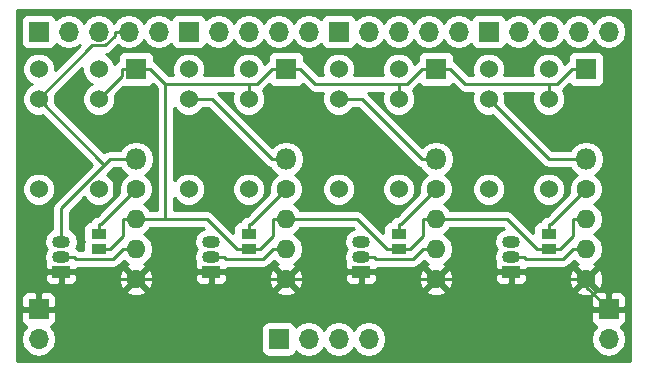
<source format=gtl>
G04 #@! TF.FileFunction,Copper,L1,Top,Signal*
%FSLAX46Y46*%
G04 Gerber Fmt 4.6, Leading zero omitted, Abs format (unit mm)*
G04 Created by KiCad (PCBNEW 4.0.7-e2-6376~60~ubuntu17.10.1) date Sat Dec 16 23:23:54 2017*
%MOMM*%
%LPD*%
G01*
G04 APERTURE LIST*
%ADD10C,0.100000*%
%ADD11C,1.600000*%
%ADD12O,1.600000X1.600000*%
%ADD13R,1.700000X1.700000*%
%ADD14O,1.700000X1.700000*%
%ADD15R,1.270000X0.970000*%
%ADD16C,1.524000*%
%ADD17O,1.500000X1.050000*%
%ADD18R,1.500000X1.050000*%
%ADD19R,1.800000X1.800000*%
%ADD20O,1.800000X1.800000*%
%ADD21C,0.600000*%
%ADD22C,0.250000*%
%ADD23C,0.254000*%
G04 APERTURE END LIST*
D10*
D11*
X175895000Y-112395000D03*
D12*
X175895000Y-114935000D03*
D13*
X177800000Y-122555000D03*
D14*
X177800000Y-125095000D03*
D13*
X129540000Y-122555000D03*
D14*
X129540000Y-125095000D03*
D13*
X149860000Y-125095000D03*
D14*
X152400000Y-125095000D03*
X154940000Y-125095000D03*
X157480000Y-125095000D03*
D13*
X129540000Y-99060000D03*
D14*
X132080000Y-99060000D03*
X134620000Y-99060000D03*
X137160000Y-99060000D03*
X139700000Y-99060000D03*
D13*
X142240000Y-99060000D03*
D14*
X144780000Y-99060000D03*
X147320000Y-99060000D03*
X149860000Y-99060000D03*
X152400000Y-99060000D03*
D13*
X154940000Y-99060000D03*
D14*
X157480000Y-99060000D03*
X160020000Y-99060000D03*
X162560000Y-99060000D03*
X165100000Y-99060000D03*
D13*
X167640000Y-99060000D03*
D14*
X170180000Y-99060000D03*
X172720000Y-99060000D03*
X175260000Y-99060000D03*
X177800000Y-99060000D03*
D15*
X134620000Y-116200000D03*
X134620000Y-117480000D03*
X147320000Y-116200000D03*
X147320000Y-117480000D03*
X160020000Y-116200000D03*
X160020000Y-117480000D03*
X172720000Y-116200000D03*
X172720000Y-117480000D03*
D16*
X134620000Y-102235000D03*
X129540000Y-102235000D03*
X134620000Y-104775000D03*
X129540000Y-104775000D03*
X134620000Y-112395000D03*
X129540000Y-112395000D03*
X147320000Y-102235000D03*
X142240000Y-102235000D03*
X147320000Y-104775000D03*
X142240000Y-104775000D03*
X147320000Y-112395000D03*
X142240000Y-112395000D03*
X160020000Y-102235000D03*
X154940000Y-102235000D03*
X160020000Y-104775000D03*
X154940000Y-104775000D03*
X160020000Y-112395000D03*
X154940000Y-112395000D03*
X172720000Y-102235000D03*
X167640000Y-102235000D03*
X172720000Y-104775000D03*
X167640000Y-104775000D03*
X172720000Y-112395000D03*
X167640000Y-112395000D03*
D17*
X131445000Y-118110000D03*
X131445000Y-116840000D03*
D18*
X131445000Y-119380000D03*
D17*
X144145000Y-118110000D03*
X144145000Y-116840000D03*
D18*
X144145000Y-119380000D03*
D17*
X156845000Y-118110000D03*
X156845000Y-116840000D03*
D18*
X156845000Y-119380000D03*
D17*
X169545000Y-118110000D03*
X169545000Y-116840000D03*
D18*
X169545000Y-119380000D03*
D19*
X137795000Y-102235000D03*
D20*
X137795000Y-109855000D03*
D19*
X150495000Y-102235000D03*
D20*
X150495000Y-109855000D03*
D19*
X163195000Y-102235000D03*
D20*
X163195000Y-109855000D03*
D19*
X175895000Y-102235000D03*
D20*
X175895000Y-109855000D03*
D11*
X137795000Y-112395000D03*
D12*
X137795000Y-114935000D03*
D11*
X137795000Y-120015000D03*
D12*
X137795000Y-117475000D03*
D11*
X150495000Y-120015000D03*
D12*
X150495000Y-117475000D03*
D11*
X150495000Y-112395000D03*
D12*
X150495000Y-114935000D03*
D11*
X163195000Y-120015000D03*
D12*
X163195000Y-117475000D03*
D11*
X163195000Y-112395000D03*
D12*
X163195000Y-114935000D03*
D11*
X175895000Y-120015000D03*
D12*
X175895000Y-117475000D03*
D21*
X169545000Y-113665000D03*
X171450000Y-109855000D03*
X172720000Y-107315000D03*
X175895000Y-106045000D03*
X151130000Y-106680000D03*
X132715000Y-114935000D03*
X135890000Y-108585000D03*
X135890000Y-111125000D03*
X153670000Y-116205000D03*
X153670000Y-110490000D03*
X163195000Y-106680000D03*
X160655000Y-106680000D03*
X158750000Y-108585000D03*
X141605000Y-116205000D03*
X144145000Y-113665000D03*
X146685000Y-109855000D03*
D22*
X136669700Y-116390600D02*
X135580300Y-117480000D01*
X136669700Y-114935000D02*
X136669700Y-116390600D01*
X137795000Y-114935000D02*
X136669700Y-114935000D01*
X134620000Y-117480000D02*
X135580300Y-117480000D01*
X175895000Y-102235000D02*
X174669700Y-102235000D01*
X163195000Y-102235000D02*
X161969700Y-102235000D01*
X150495000Y-102235000D02*
X149269700Y-102235000D01*
X136569700Y-102825300D02*
X134620000Y-104775000D01*
X136569700Y-102235000D02*
X136569700Y-102825300D01*
X137795000Y-102235000D02*
X136569700Y-102235000D01*
X163195000Y-102235000D02*
X164420300Y-102235000D01*
X172720000Y-103505000D02*
X172720000Y-104775000D01*
X173399700Y-103505000D02*
X172720000Y-103505000D01*
X174669700Y-102235000D02*
X173399700Y-103505000D01*
X165690300Y-103505000D02*
X164420300Y-102235000D01*
X172720000Y-103505000D02*
X165690300Y-103505000D01*
X150495000Y-102235000D02*
X151720300Y-102235000D01*
X160020000Y-103505000D02*
X160020000Y-104775000D01*
X160699700Y-103505000D02*
X160020000Y-103505000D01*
X161969700Y-102235000D02*
X160699700Y-103505000D01*
X152990300Y-103505000D02*
X151720300Y-102235000D01*
X160020000Y-103505000D02*
X152990300Y-103505000D01*
X137795000Y-102235000D02*
X139020300Y-102235000D01*
X147320000Y-103505000D02*
X147320000Y-104775000D01*
X147999700Y-103505000D02*
X147320000Y-103505000D01*
X149269700Y-102235000D02*
X147999700Y-103505000D01*
X172720000Y-117480000D02*
X171759700Y-117480000D01*
X160020000Y-117480000D02*
X159059700Y-117480000D01*
X147320000Y-117480000D02*
X146359700Y-117480000D01*
X169214700Y-114935000D02*
X163195000Y-114935000D01*
X171759700Y-117480000D02*
X169214700Y-114935000D01*
X162069700Y-116390600D02*
X160980300Y-117480000D01*
X162069700Y-114935000D02*
X162069700Y-116390600D01*
X163195000Y-114935000D02*
X162069700Y-114935000D01*
X160020000Y-117480000D02*
X160980300Y-117480000D01*
X174769700Y-116390600D02*
X173680300Y-117480000D01*
X174769700Y-114935000D02*
X174769700Y-116390600D01*
X175895000Y-114935000D02*
X174769700Y-114935000D01*
X172720000Y-117480000D02*
X173680300Y-117480000D01*
X147320000Y-103505000D02*
X140290300Y-103505000D01*
X140290300Y-103505000D02*
X139020300Y-102235000D01*
X140290300Y-114935000D02*
X140290300Y-103505000D01*
X143814700Y-114935000D02*
X140290300Y-114935000D01*
X146359700Y-117480000D02*
X143814700Y-114935000D01*
X140290300Y-114935000D02*
X137795000Y-114935000D01*
X156514700Y-114935000D02*
X150495000Y-114935000D01*
X159059700Y-117480000D02*
X156514700Y-114935000D01*
X149369700Y-116390600D02*
X148280300Y-117480000D01*
X149369700Y-114935000D02*
X149369700Y-116390600D01*
X150495000Y-114935000D02*
X149369700Y-114935000D01*
X147320000Y-117480000D02*
X148280300Y-117480000D01*
X137795000Y-109855000D02*
X136569700Y-109855000D01*
X135583200Y-109855000D02*
X135101600Y-110336600D01*
X136569700Y-109855000D02*
X135583200Y-109855000D01*
X131445000Y-113993200D02*
X131445000Y-116840000D01*
X135101600Y-110336600D02*
X131445000Y-113993200D01*
X135101600Y-110336600D02*
X129540000Y-104775000D01*
X134079700Y-100235300D02*
X129540000Y-104775000D01*
X135176800Y-100235300D02*
X134079700Y-100235300D01*
X135984700Y-99427400D02*
X135176800Y-100235300D01*
X135984700Y-99060000D02*
X135984700Y-99427400D01*
X137160000Y-99060000D02*
X135984700Y-99060000D01*
X144189700Y-104775000D02*
X142240000Y-104775000D01*
X149269700Y-109855000D02*
X144189700Y-104775000D01*
X150495000Y-109855000D02*
X149269700Y-109855000D01*
X156889700Y-104775000D02*
X154940000Y-104775000D01*
X161969700Y-109855000D02*
X156889700Y-104775000D01*
X163195000Y-109855000D02*
X161969700Y-109855000D01*
X172720000Y-109855000D02*
X167640000Y-104775000D01*
X175895000Y-109855000D02*
X172720000Y-109855000D01*
X172720000Y-107315000D02*
X174625000Y-107315000D01*
X169545000Y-113665000D02*
X170815000Y-112395000D01*
X170815000Y-112395000D02*
X170815000Y-110490000D01*
X170815000Y-110490000D02*
X171450000Y-109855000D01*
X174625000Y-107315000D02*
X175895000Y-106045000D01*
X153670000Y-110490000D02*
X153670000Y-107315000D01*
X153035000Y-106680000D02*
X151130000Y-106680000D01*
X153670000Y-107315000D02*
X153035000Y-106680000D01*
X132715000Y-114935000D02*
X133985000Y-114935000D01*
X135890000Y-113030000D02*
X135890000Y-111125000D01*
X133985000Y-114935000D02*
X135890000Y-113030000D01*
X153670000Y-110490000D02*
X154305000Y-110490000D01*
X153670000Y-120015000D02*
X153670000Y-116205000D01*
X160655000Y-106680000D02*
X163195000Y-106680000D01*
X156210000Y-108585000D02*
X158750000Y-108585000D01*
X154305000Y-110490000D02*
X156210000Y-108585000D01*
X144145000Y-113665000D02*
X144145000Y-112395000D01*
X141605000Y-120015000D02*
X141605000Y-116205000D01*
X144145000Y-112395000D02*
X146685000Y-109855000D01*
X175895000Y-120015000D02*
X175895000Y-120650000D01*
X175895000Y-120650000D02*
X177800000Y-122555000D01*
X156845000Y-119380000D02*
X155769700Y-119380000D01*
X144145000Y-119380000D02*
X143069700Y-119380000D01*
X156845000Y-119380000D02*
X157920300Y-119380000D01*
X155134700Y-120015000D02*
X153670000Y-120015000D01*
X153670000Y-120015000D02*
X150495000Y-120015000D01*
X155769700Y-119380000D02*
X155134700Y-120015000D01*
X145855300Y-120015000D02*
X145220300Y-119380000D01*
X150495000Y-120015000D02*
X145855300Y-120015000D01*
X144145000Y-119380000D02*
X145220300Y-119380000D01*
X142434700Y-120015000D02*
X141605000Y-120015000D01*
X141605000Y-120015000D02*
X137795000Y-120015000D01*
X143069700Y-119380000D02*
X142434700Y-120015000D01*
X133155300Y-120015000D02*
X132520300Y-119380000D01*
X137795000Y-120015000D02*
X133155300Y-120015000D01*
X131445000Y-119380000D02*
X132520300Y-119380000D01*
X171255300Y-120015000D02*
X170620300Y-119380000D01*
X175895000Y-120015000D02*
X171255300Y-120015000D01*
X169545000Y-119380000D02*
X170620300Y-119380000D01*
X158555300Y-120015000D02*
X163195000Y-120015000D01*
X157920300Y-119380000D02*
X158555300Y-120015000D01*
X167834700Y-120015000D02*
X168469700Y-119380000D01*
X163195000Y-120015000D02*
X167834700Y-120015000D01*
X169545000Y-119380000D02*
X168469700Y-119380000D01*
X132700600Y-118290300D02*
X132520300Y-118110000D01*
X135854400Y-118290300D02*
X132700600Y-118290300D01*
X136669700Y-117475000D02*
X135854400Y-118290300D01*
X137795000Y-117475000D02*
X136669700Y-117475000D01*
X131445000Y-118110000D02*
X132520300Y-118110000D01*
X148554400Y-118290300D02*
X149369700Y-117475000D01*
X145400600Y-118290300D02*
X148554400Y-118290300D01*
X145220300Y-118110000D02*
X145400600Y-118290300D01*
X144145000Y-118110000D02*
X145220300Y-118110000D01*
X150495000Y-117475000D02*
X149369700Y-117475000D01*
X158100600Y-118290300D02*
X157920300Y-118110000D01*
X161254400Y-118290300D02*
X158100600Y-118290300D01*
X162069700Y-117475000D02*
X161254400Y-118290300D01*
X163195000Y-117475000D02*
X162069700Y-117475000D01*
X156845000Y-118110000D02*
X157920300Y-118110000D01*
X170800600Y-118290300D02*
X170620300Y-118110000D01*
X173954400Y-118290300D02*
X170800600Y-118290300D01*
X174769700Y-117475000D02*
X173954400Y-118290300D01*
X175895000Y-117475000D02*
X174769700Y-117475000D01*
X169545000Y-118110000D02*
X170620300Y-118110000D01*
X134800300Y-115389700D02*
X134620000Y-115389700D01*
X137795000Y-112395000D02*
X134800300Y-115389700D01*
X134620000Y-116200000D02*
X134620000Y-115389700D01*
X147500300Y-115389700D02*
X147320000Y-115389700D01*
X150495000Y-112395000D02*
X147500300Y-115389700D01*
X147320000Y-116200000D02*
X147320000Y-115389700D01*
X160200300Y-115389700D02*
X160020000Y-115389700D01*
X163195000Y-112395000D02*
X160200300Y-115389700D01*
X160020000Y-116200000D02*
X160020000Y-115389700D01*
X172900300Y-115389700D02*
X172720000Y-115389700D01*
X175895000Y-112395000D02*
X172900300Y-115389700D01*
X172720000Y-116200000D02*
X172720000Y-115389700D01*
D23*
G36*
X179630000Y-126925000D02*
X127710000Y-126925000D01*
X127710000Y-125095000D01*
X128025907Y-125095000D01*
X128138946Y-125663285D01*
X128460853Y-126145054D01*
X128942622Y-126466961D01*
X129510907Y-126580000D01*
X129569093Y-126580000D01*
X130137378Y-126466961D01*
X130619147Y-126145054D01*
X130941054Y-125663285D01*
X131054093Y-125095000D01*
X130941054Y-124526715D01*
X130752819Y-124245000D01*
X148362560Y-124245000D01*
X148362560Y-125945000D01*
X148406838Y-126180317D01*
X148545910Y-126396441D01*
X148758110Y-126541431D01*
X149010000Y-126592440D01*
X150710000Y-126592440D01*
X150945317Y-126548162D01*
X151161441Y-126409090D01*
X151306431Y-126196890D01*
X151320086Y-126129459D01*
X151349946Y-126174147D01*
X151831715Y-126496054D01*
X152400000Y-126609093D01*
X152968285Y-126496054D01*
X153450054Y-126174147D01*
X153670000Y-125844974D01*
X153889946Y-126174147D01*
X154371715Y-126496054D01*
X154940000Y-126609093D01*
X155508285Y-126496054D01*
X155990054Y-126174147D01*
X156210000Y-125844974D01*
X156429946Y-126174147D01*
X156911715Y-126496054D01*
X157480000Y-126609093D01*
X158048285Y-126496054D01*
X158530054Y-126174147D01*
X158851961Y-125692378D01*
X158965000Y-125124093D01*
X158965000Y-125095000D01*
X176285907Y-125095000D01*
X176398946Y-125663285D01*
X176720853Y-126145054D01*
X177202622Y-126466961D01*
X177770907Y-126580000D01*
X177829093Y-126580000D01*
X178397378Y-126466961D01*
X178879147Y-126145054D01*
X179201054Y-125663285D01*
X179314093Y-125095000D01*
X179201054Y-124526715D01*
X178879147Y-124044946D01*
X178835223Y-124015597D01*
X179009698Y-123943327D01*
X179188327Y-123764699D01*
X179285000Y-123531310D01*
X179285000Y-122840750D01*
X179126250Y-122682000D01*
X177927000Y-122682000D01*
X177927000Y-122702000D01*
X177673000Y-122702000D01*
X177673000Y-122682000D01*
X176473750Y-122682000D01*
X176315000Y-122840750D01*
X176315000Y-123531310D01*
X176411673Y-123764699D01*
X176590302Y-123943327D01*
X176764777Y-124015597D01*
X176720853Y-124044946D01*
X176398946Y-124526715D01*
X176285907Y-125095000D01*
X158965000Y-125095000D01*
X158965000Y-125065907D01*
X158851961Y-124497622D01*
X158530054Y-124015853D01*
X158048285Y-123693946D01*
X157480000Y-123580907D01*
X156911715Y-123693946D01*
X156429946Y-124015853D01*
X156210000Y-124345026D01*
X155990054Y-124015853D01*
X155508285Y-123693946D01*
X154940000Y-123580907D01*
X154371715Y-123693946D01*
X153889946Y-124015853D01*
X153670000Y-124345026D01*
X153450054Y-124015853D01*
X152968285Y-123693946D01*
X152400000Y-123580907D01*
X151831715Y-123693946D01*
X151349946Y-124015853D01*
X151322150Y-124057452D01*
X151313162Y-124009683D01*
X151174090Y-123793559D01*
X150961890Y-123648569D01*
X150710000Y-123597560D01*
X149010000Y-123597560D01*
X148774683Y-123641838D01*
X148558559Y-123780910D01*
X148413569Y-123993110D01*
X148362560Y-124245000D01*
X130752819Y-124245000D01*
X130619147Y-124044946D01*
X130575223Y-124015597D01*
X130749698Y-123943327D01*
X130928327Y-123764699D01*
X131025000Y-123531310D01*
X131025000Y-122840750D01*
X130866250Y-122682000D01*
X129667000Y-122682000D01*
X129667000Y-122702000D01*
X129413000Y-122702000D01*
X129413000Y-122682000D01*
X128213750Y-122682000D01*
X128055000Y-122840750D01*
X128055000Y-123531310D01*
X128151673Y-123764699D01*
X128330302Y-123943327D01*
X128504777Y-124015597D01*
X128460853Y-124044946D01*
X128138946Y-124526715D01*
X128025907Y-125095000D01*
X127710000Y-125095000D01*
X127710000Y-121578690D01*
X128055000Y-121578690D01*
X128055000Y-122269250D01*
X128213750Y-122428000D01*
X129413000Y-122428000D01*
X129413000Y-121228750D01*
X129667000Y-121228750D01*
X129667000Y-122428000D01*
X130866250Y-122428000D01*
X131025000Y-122269250D01*
X131025000Y-121578690D01*
X130928327Y-121345301D01*
X130749698Y-121166673D01*
X130516309Y-121070000D01*
X129825750Y-121070000D01*
X129667000Y-121228750D01*
X129413000Y-121228750D01*
X129254250Y-121070000D01*
X128563691Y-121070000D01*
X128330302Y-121166673D01*
X128151673Y-121345301D01*
X128055000Y-121578690D01*
X127710000Y-121578690D01*
X127710000Y-121022745D01*
X136966861Y-121022745D01*
X137040995Y-121268864D01*
X137578223Y-121461965D01*
X138148454Y-121434778D01*
X138549005Y-121268864D01*
X138623139Y-121022745D01*
X149666861Y-121022745D01*
X149740995Y-121268864D01*
X150278223Y-121461965D01*
X150848454Y-121434778D01*
X151249005Y-121268864D01*
X151323139Y-121022745D01*
X162366861Y-121022745D01*
X162440995Y-121268864D01*
X162978223Y-121461965D01*
X163548454Y-121434778D01*
X163949005Y-121268864D01*
X164023139Y-121022745D01*
X175066861Y-121022745D01*
X175140995Y-121268864D01*
X175678223Y-121461965D01*
X176248454Y-121434778D01*
X176400738Y-121371700D01*
X176315000Y-121578690D01*
X176315000Y-122269250D01*
X176473750Y-122428000D01*
X177673000Y-122428000D01*
X177673000Y-121228750D01*
X177927000Y-121228750D01*
X177927000Y-122428000D01*
X179126250Y-122428000D01*
X179285000Y-122269250D01*
X179285000Y-121578690D01*
X179188327Y-121345301D01*
X179009698Y-121166673D01*
X178776309Y-121070000D01*
X178085750Y-121070000D01*
X177927000Y-121228750D01*
X177673000Y-121228750D01*
X177514250Y-121070000D01*
X176823691Y-121070000D01*
X176692542Y-121124324D01*
X176723139Y-121022745D01*
X175895000Y-120194605D01*
X175066861Y-121022745D01*
X164023139Y-121022745D01*
X163195000Y-120194605D01*
X162366861Y-121022745D01*
X151323139Y-121022745D01*
X150495000Y-120194605D01*
X149666861Y-121022745D01*
X138623139Y-121022745D01*
X137795000Y-120194605D01*
X136966861Y-121022745D01*
X127710000Y-121022745D01*
X127710000Y-119665750D01*
X130060000Y-119665750D01*
X130060000Y-120031309D01*
X130156673Y-120264698D01*
X130335301Y-120443327D01*
X130568690Y-120540000D01*
X131159250Y-120540000D01*
X131318000Y-120381250D01*
X131318000Y-119507000D01*
X131572000Y-119507000D01*
X131572000Y-120381250D01*
X131730750Y-120540000D01*
X132321310Y-120540000D01*
X132554699Y-120443327D01*
X132733327Y-120264698D01*
X132830000Y-120031309D01*
X132830000Y-119798223D01*
X136348035Y-119798223D01*
X136375222Y-120368454D01*
X136541136Y-120769005D01*
X136787255Y-120843139D01*
X137615395Y-120015000D01*
X137974605Y-120015000D01*
X138802745Y-120843139D01*
X139048864Y-120769005D01*
X139241965Y-120231777D01*
X139214979Y-119665750D01*
X142760000Y-119665750D01*
X142760000Y-120031309D01*
X142856673Y-120264698D01*
X143035301Y-120443327D01*
X143268690Y-120540000D01*
X143859250Y-120540000D01*
X144018000Y-120381250D01*
X144018000Y-119507000D01*
X144272000Y-119507000D01*
X144272000Y-120381250D01*
X144430750Y-120540000D01*
X145021310Y-120540000D01*
X145254699Y-120443327D01*
X145433327Y-120264698D01*
X145530000Y-120031309D01*
X145530000Y-119798223D01*
X149048035Y-119798223D01*
X149075222Y-120368454D01*
X149241136Y-120769005D01*
X149487255Y-120843139D01*
X150315395Y-120015000D01*
X150674605Y-120015000D01*
X151502745Y-120843139D01*
X151748864Y-120769005D01*
X151941965Y-120231777D01*
X151914979Y-119665750D01*
X155460000Y-119665750D01*
X155460000Y-120031309D01*
X155556673Y-120264698D01*
X155735301Y-120443327D01*
X155968690Y-120540000D01*
X156559250Y-120540000D01*
X156718000Y-120381250D01*
X156718000Y-119507000D01*
X156972000Y-119507000D01*
X156972000Y-120381250D01*
X157130750Y-120540000D01*
X157721310Y-120540000D01*
X157954699Y-120443327D01*
X158133327Y-120264698D01*
X158230000Y-120031309D01*
X158230000Y-119798223D01*
X161748035Y-119798223D01*
X161775222Y-120368454D01*
X161941136Y-120769005D01*
X162187255Y-120843139D01*
X163015395Y-120015000D01*
X163374605Y-120015000D01*
X164202745Y-120843139D01*
X164448864Y-120769005D01*
X164641965Y-120231777D01*
X164614979Y-119665750D01*
X168160000Y-119665750D01*
X168160000Y-120031309D01*
X168256673Y-120264698D01*
X168435301Y-120443327D01*
X168668690Y-120540000D01*
X169259250Y-120540000D01*
X169418000Y-120381250D01*
X169418000Y-119507000D01*
X169672000Y-119507000D01*
X169672000Y-120381250D01*
X169830750Y-120540000D01*
X170421310Y-120540000D01*
X170654699Y-120443327D01*
X170833327Y-120264698D01*
X170930000Y-120031309D01*
X170930000Y-119798223D01*
X174448035Y-119798223D01*
X174475222Y-120368454D01*
X174641136Y-120769005D01*
X174887255Y-120843139D01*
X175715395Y-120015000D01*
X176074605Y-120015000D01*
X176902745Y-120843139D01*
X177148864Y-120769005D01*
X177341965Y-120231777D01*
X177314778Y-119661546D01*
X177148864Y-119260995D01*
X176902745Y-119186861D01*
X176074605Y-120015000D01*
X175715395Y-120015000D01*
X174887255Y-119186861D01*
X174641136Y-119260995D01*
X174448035Y-119798223D01*
X170930000Y-119798223D01*
X170930000Y-119665750D01*
X170771250Y-119507000D01*
X169672000Y-119507000D01*
X169418000Y-119507000D01*
X168318750Y-119507000D01*
X168160000Y-119665750D01*
X164614979Y-119665750D01*
X164614778Y-119661546D01*
X164448864Y-119260995D01*
X164202745Y-119186861D01*
X163374605Y-120015000D01*
X163015395Y-120015000D01*
X162187255Y-119186861D01*
X161941136Y-119260995D01*
X161748035Y-119798223D01*
X158230000Y-119798223D01*
X158230000Y-119665750D01*
X158071250Y-119507000D01*
X156972000Y-119507000D01*
X156718000Y-119507000D01*
X155618750Y-119507000D01*
X155460000Y-119665750D01*
X151914979Y-119665750D01*
X151914778Y-119661546D01*
X151748864Y-119260995D01*
X151502745Y-119186861D01*
X150674605Y-120015000D01*
X150315395Y-120015000D01*
X149487255Y-119186861D01*
X149241136Y-119260995D01*
X149048035Y-119798223D01*
X145530000Y-119798223D01*
X145530000Y-119665750D01*
X145371250Y-119507000D01*
X144272000Y-119507000D01*
X144018000Y-119507000D01*
X142918750Y-119507000D01*
X142760000Y-119665750D01*
X139214979Y-119665750D01*
X139214778Y-119661546D01*
X139048864Y-119260995D01*
X138802745Y-119186861D01*
X137974605Y-120015000D01*
X137615395Y-120015000D01*
X136787255Y-119186861D01*
X136541136Y-119260995D01*
X136348035Y-119798223D01*
X132830000Y-119798223D01*
X132830000Y-119665750D01*
X132671250Y-119507000D01*
X131572000Y-119507000D01*
X131318000Y-119507000D01*
X130218750Y-119507000D01*
X130060000Y-119665750D01*
X127710000Y-119665750D01*
X127710000Y-112671661D01*
X128142758Y-112671661D01*
X128354990Y-113185303D01*
X128747630Y-113578629D01*
X129260900Y-113791757D01*
X129816661Y-113792242D01*
X130330303Y-113580010D01*
X130723629Y-113187370D01*
X130936757Y-112674100D01*
X130937242Y-112118339D01*
X130725010Y-111604697D01*
X130332370Y-111211371D01*
X129819100Y-110998243D01*
X129263339Y-110997758D01*
X128749697Y-111209990D01*
X128356371Y-111602630D01*
X128143243Y-112115900D01*
X128142758Y-112671661D01*
X127710000Y-112671661D01*
X127710000Y-98210000D01*
X128042560Y-98210000D01*
X128042560Y-99910000D01*
X128086838Y-100145317D01*
X128225910Y-100361441D01*
X128438110Y-100506431D01*
X128690000Y-100557440D01*
X130390000Y-100557440D01*
X130625317Y-100513162D01*
X130841441Y-100374090D01*
X130986431Y-100161890D01*
X131000086Y-100094459D01*
X131029946Y-100139147D01*
X131511715Y-100461054D01*
X132080000Y-100574093D01*
X132648285Y-100461054D01*
X133042649Y-100197549D01*
X130936941Y-102303257D01*
X130937242Y-101958339D01*
X130725010Y-101444697D01*
X130332370Y-101051371D01*
X129819100Y-100838243D01*
X129263339Y-100837758D01*
X128749697Y-101049990D01*
X128356371Y-101442630D01*
X128143243Y-101955900D01*
X128142758Y-102511661D01*
X128354990Y-103025303D01*
X128747630Y-103418629D01*
X128955512Y-103504949D01*
X128749697Y-103589990D01*
X128356371Y-103982630D01*
X128143243Y-104495900D01*
X128142758Y-105051661D01*
X128354990Y-105565303D01*
X128747630Y-105958629D01*
X129260900Y-106171757D01*
X129816661Y-106172242D01*
X129849055Y-106158857D01*
X134026798Y-110336600D01*
X130907599Y-113455799D01*
X130742852Y-113702361D01*
X130685000Y-113993200D01*
X130685000Y-115811032D01*
X130372622Y-116019756D01*
X130121166Y-116396087D01*
X130032866Y-116840000D01*
X130121166Y-117283913D01*
X130248846Y-117475000D01*
X130121166Y-117666087D01*
X130032866Y-118110000D01*
X130121166Y-118553913D01*
X130128098Y-118564288D01*
X130060000Y-118728691D01*
X130060000Y-119094250D01*
X130218750Y-119253000D01*
X131107401Y-119253000D01*
X131192866Y-119270000D01*
X131697134Y-119270000D01*
X131782599Y-119253000D01*
X132671250Y-119253000D01*
X132830000Y-119094250D01*
X132830000Y-119050300D01*
X135854400Y-119050300D01*
X136145239Y-118992448D01*
X136391801Y-118827701D01*
X136748815Y-118470687D01*
X136780302Y-118517811D01*
X137104868Y-118734679D01*
X137040995Y-118761136D01*
X136966861Y-119007255D01*
X137795000Y-119835395D01*
X138623139Y-119007255D01*
X138549005Y-118761136D01*
X138481728Y-118736954D01*
X138809698Y-118517811D01*
X139120767Y-118052264D01*
X139230000Y-117503113D01*
X139230000Y-117446887D01*
X139120767Y-116897736D01*
X138809698Y-116432189D01*
X138469686Y-116205000D01*
X138809698Y-115977811D01*
X138998667Y-115695000D01*
X143499898Y-115695000D01*
X143552584Y-115747686D01*
X143448953Y-115768300D01*
X143072622Y-116019756D01*
X142821166Y-116396087D01*
X142732866Y-116840000D01*
X142821166Y-117283913D01*
X142948846Y-117475000D01*
X142821166Y-117666087D01*
X142732866Y-118110000D01*
X142821166Y-118553913D01*
X142828098Y-118564288D01*
X142760000Y-118728691D01*
X142760000Y-119094250D01*
X142918750Y-119253000D01*
X143807401Y-119253000D01*
X143892866Y-119270000D01*
X144397134Y-119270000D01*
X144482599Y-119253000D01*
X145371250Y-119253000D01*
X145530000Y-119094250D01*
X145530000Y-119050300D01*
X148554400Y-119050300D01*
X148845239Y-118992448D01*
X149091801Y-118827701D01*
X149448815Y-118470687D01*
X149480302Y-118517811D01*
X149804868Y-118734679D01*
X149740995Y-118761136D01*
X149666861Y-119007255D01*
X150495000Y-119835395D01*
X151323139Y-119007255D01*
X151249005Y-118761136D01*
X151181728Y-118736954D01*
X151509698Y-118517811D01*
X151820767Y-118052264D01*
X151930000Y-117503113D01*
X151930000Y-117446887D01*
X151820767Y-116897736D01*
X151509698Y-116432189D01*
X151169686Y-116205000D01*
X151509698Y-115977811D01*
X151698667Y-115695000D01*
X156199898Y-115695000D01*
X156252584Y-115747686D01*
X156148953Y-115768300D01*
X155772622Y-116019756D01*
X155521166Y-116396087D01*
X155432866Y-116840000D01*
X155521166Y-117283913D01*
X155648846Y-117475000D01*
X155521166Y-117666087D01*
X155432866Y-118110000D01*
X155521166Y-118553913D01*
X155528098Y-118564288D01*
X155460000Y-118728691D01*
X155460000Y-119094250D01*
X155618750Y-119253000D01*
X156507401Y-119253000D01*
X156592866Y-119270000D01*
X157097134Y-119270000D01*
X157182599Y-119253000D01*
X158071250Y-119253000D01*
X158230000Y-119094250D01*
X158230000Y-119050300D01*
X161254400Y-119050300D01*
X161545239Y-118992448D01*
X161791801Y-118827701D01*
X162148815Y-118470687D01*
X162180302Y-118517811D01*
X162504868Y-118734679D01*
X162440995Y-118761136D01*
X162366861Y-119007255D01*
X163195000Y-119835395D01*
X164023139Y-119007255D01*
X163949005Y-118761136D01*
X163881728Y-118736954D01*
X164209698Y-118517811D01*
X164520767Y-118052264D01*
X164630000Y-117503113D01*
X164630000Y-117446887D01*
X164520767Y-116897736D01*
X164209698Y-116432189D01*
X163869686Y-116205000D01*
X164209698Y-115977811D01*
X164398667Y-115695000D01*
X168899898Y-115695000D01*
X168952584Y-115747686D01*
X168848953Y-115768300D01*
X168472622Y-116019756D01*
X168221166Y-116396087D01*
X168132866Y-116840000D01*
X168221166Y-117283913D01*
X168348846Y-117475000D01*
X168221166Y-117666087D01*
X168132866Y-118110000D01*
X168221166Y-118553913D01*
X168228098Y-118564288D01*
X168160000Y-118728691D01*
X168160000Y-119094250D01*
X168318750Y-119253000D01*
X169207401Y-119253000D01*
X169292866Y-119270000D01*
X169797134Y-119270000D01*
X169882599Y-119253000D01*
X170771250Y-119253000D01*
X170930000Y-119094250D01*
X170930000Y-119050300D01*
X173954400Y-119050300D01*
X174245239Y-118992448D01*
X174491801Y-118827701D01*
X174848815Y-118470687D01*
X174880302Y-118517811D01*
X175204868Y-118734679D01*
X175140995Y-118761136D01*
X175066861Y-119007255D01*
X175895000Y-119835395D01*
X176723139Y-119007255D01*
X176649005Y-118761136D01*
X176581728Y-118736954D01*
X176909698Y-118517811D01*
X177220767Y-118052264D01*
X177330000Y-117503113D01*
X177330000Y-117446887D01*
X177220767Y-116897736D01*
X176909698Y-116432189D01*
X176569686Y-116205000D01*
X176909698Y-115977811D01*
X177220767Y-115512264D01*
X177330000Y-114963113D01*
X177330000Y-114906887D01*
X177220767Y-114357736D01*
X176909698Y-113892189D01*
X176573290Y-113667408D01*
X176706800Y-113612243D01*
X177110824Y-113208923D01*
X177329750Y-112681691D01*
X177330248Y-112110813D01*
X177112243Y-111583200D01*
X176708923Y-111179176D01*
X176683730Y-111168715D01*
X176980409Y-110970481D01*
X177313155Y-110472491D01*
X177430000Y-109885072D01*
X177430000Y-109824928D01*
X177313155Y-109237509D01*
X176980409Y-108739519D01*
X176482419Y-108406773D01*
X175895000Y-108289928D01*
X175307581Y-108406773D01*
X174809591Y-108739519D01*
X174572066Y-109095000D01*
X173034802Y-109095000D01*
X169024183Y-105084381D01*
X169036757Y-105054100D01*
X169037242Y-104498339D01*
X168940829Y-104265000D01*
X171419121Y-104265000D01*
X171323243Y-104495900D01*
X171322758Y-105051661D01*
X171534990Y-105565303D01*
X171927630Y-105958629D01*
X172440900Y-106171757D01*
X172996661Y-106172242D01*
X173510303Y-105960010D01*
X173903629Y-105567370D01*
X174116757Y-105054100D01*
X174117242Y-104498339D01*
X173930637Y-104046720D01*
X173937101Y-104042401D01*
X174476937Y-103502565D01*
X174530910Y-103586441D01*
X174743110Y-103731431D01*
X174995000Y-103782440D01*
X176795000Y-103782440D01*
X177030317Y-103738162D01*
X177246441Y-103599090D01*
X177391431Y-103386890D01*
X177442440Y-103135000D01*
X177442440Y-101335000D01*
X177398162Y-101099683D01*
X177259090Y-100883559D01*
X177046890Y-100738569D01*
X176795000Y-100687560D01*
X174995000Y-100687560D01*
X174759683Y-100731838D01*
X174543559Y-100870910D01*
X174398569Y-101083110D01*
X174347560Y-101335000D01*
X174347560Y-101553766D01*
X174132299Y-101697599D01*
X174045409Y-101784489D01*
X173905010Y-101444697D01*
X173512370Y-101051371D01*
X172999100Y-100838243D01*
X172443339Y-100837758D01*
X171929697Y-101049990D01*
X171536371Y-101442630D01*
X171323243Y-101955900D01*
X171322758Y-102511661D01*
X171419171Y-102745000D01*
X168940879Y-102745000D01*
X169036757Y-102514100D01*
X169037242Y-101958339D01*
X168825010Y-101444697D01*
X168432370Y-101051371D01*
X167919100Y-100838243D01*
X167363339Y-100837758D01*
X166849697Y-101049990D01*
X166456371Y-101442630D01*
X166243243Y-101955900D01*
X166242758Y-102511661D01*
X166339171Y-102745000D01*
X166005102Y-102745000D01*
X164957701Y-101697599D01*
X164742440Y-101553767D01*
X164742440Y-101335000D01*
X164698162Y-101099683D01*
X164559090Y-100883559D01*
X164346890Y-100738569D01*
X164095000Y-100687560D01*
X162295000Y-100687560D01*
X162059683Y-100731838D01*
X161843559Y-100870910D01*
X161698569Y-101083110D01*
X161647560Y-101335000D01*
X161647560Y-101553766D01*
X161432299Y-101697599D01*
X161345409Y-101784489D01*
X161205010Y-101444697D01*
X160812370Y-101051371D01*
X160299100Y-100838243D01*
X159743339Y-100837758D01*
X159229697Y-101049990D01*
X158836371Y-101442630D01*
X158623243Y-101955900D01*
X158622758Y-102511661D01*
X158719171Y-102745000D01*
X156240879Y-102745000D01*
X156336757Y-102514100D01*
X156337242Y-101958339D01*
X156125010Y-101444697D01*
X155732370Y-101051371D01*
X155219100Y-100838243D01*
X154663339Y-100837758D01*
X154149697Y-101049990D01*
X153756371Y-101442630D01*
X153543243Y-101955900D01*
X153542758Y-102511661D01*
X153639171Y-102745000D01*
X153305102Y-102745000D01*
X152257701Y-101697599D01*
X152042440Y-101553767D01*
X152042440Y-101335000D01*
X151998162Y-101099683D01*
X151859090Y-100883559D01*
X151646890Y-100738569D01*
X151395000Y-100687560D01*
X149595000Y-100687560D01*
X149359683Y-100731838D01*
X149143559Y-100870910D01*
X148998569Y-101083110D01*
X148947560Y-101335000D01*
X148947560Y-101553766D01*
X148732299Y-101697599D01*
X148645409Y-101784489D01*
X148505010Y-101444697D01*
X148112370Y-101051371D01*
X147599100Y-100838243D01*
X147043339Y-100837758D01*
X146529697Y-101049990D01*
X146136371Y-101442630D01*
X145923243Y-101955900D01*
X145922758Y-102511661D01*
X146019171Y-102745000D01*
X143540879Y-102745000D01*
X143636757Y-102514100D01*
X143637242Y-101958339D01*
X143425010Y-101444697D01*
X143032370Y-101051371D01*
X142519100Y-100838243D01*
X141963339Y-100837758D01*
X141449697Y-101049990D01*
X141056371Y-101442630D01*
X140843243Y-101955900D01*
X140842758Y-102511661D01*
X140939171Y-102745000D01*
X140605102Y-102745000D01*
X139557701Y-101697599D01*
X139342440Y-101553767D01*
X139342440Y-101335000D01*
X139298162Y-101099683D01*
X139159090Y-100883559D01*
X138946890Y-100738569D01*
X138695000Y-100687560D01*
X136895000Y-100687560D01*
X136659683Y-100731838D01*
X136443559Y-100870910D01*
X136298569Y-101083110D01*
X136247560Y-101335000D01*
X136247560Y-101553767D01*
X136032299Y-101697599D01*
X135956426Y-101811152D01*
X135805010Y-101444697D01*
X135412370Y-101051371D01*
X135244774Y-100981779D01*
X135467639Y-100937448D01*
X135714201Y-100772701D01*
X136252502Y-100234400D01*
X136591715Y-100461054D01*
X137160000Y-100574093D01*
X137728285Y-100461054D01*
X138210054Y-100139147D01*
X138430000Y-99809974D01*
X138649946Y-100139147D01*
X139131715Y-100461054D01*
X139700000Y-100574093D01*
X140268285Y-100461054D01*
X140750054Y-100139147D01*
X140777850Y-100097548D01*
X140786838Y-100145317D01*
X140925910Y-100361441D01*
X141138110Y-100506431D01*
X141390000Y-100557440D01*
X143090000Y-100557440D01*
X143325317Y-100513162D01*
X143541441Y-100374090D01*
X143686431Y-100161890D01*
X143700086Y-100094459D01*
X143729946Y-100139147D01*
X144211715Y-100461054D01*
X144780000Y-100574093D01*
X145348285Y-100461054D01*
X145830054Y-100139147D01*
X146050000Y-99809974D01*
X146269946Y-100139147D01*
X146751715Y-100461054D01*
X147320000Y-100574093D01*
X147888285Y-100461054D01*
X148370054Y-100139147D01*
X148590000Y-99809974D01*
X148809946Y-100139147D01*
X149291715Y-100461054D01*
X149860000Y-100574093D01*
X150428285Y-100461054D01*
X150910054Y-100139147D01*
X151130000Y-99809974D01*
X151349946Y-100139147D01*
X151831715Y-100461054D01*
X152400000Y-100574093D01*
X152968285Y-100461054D01*
X153450054Y-100139147D01*
X153477850Y-100097548D01*
X153486838Y-100145317D01*
X153625910Y-100361441D01*
X153838110Y-100506431D01*
X154090000Y-100557440D01*
X155790000Y-100557440D01*
X156025317Y-100513162D01*
X156241441Y-100374090D01*
X156386431Y-100161890D01*
X156400086Y-100094459D01*
X156429946Y-100139147D01*
X156911715Y-100461054D01*
X157480000Y-100574093D01*
X158048285Y-100461054D01*
X158530054Y-100139147D01*
X158750000Y-99809974D01*
X158969946Y-100139147D01*
X159451715Y-100461054D01*
X160020000Y-100574093D01*
X160588285Y-100461054D01*
X161070054Y-100139147D01*
X161290000Y-99809974D01*
X161509946Y-100139147D01*
X161991715Y-100461054D01*
X162560000Y-100574093D01*
X163128285Y-100461054D01*
X163610054Y-100139147D01*
X163830000Y-99809974D01*
X164049946Y-100139147D01*
X164531715Y-100461054D01*
X165100000Y-100574093D01*
X165668285Y-100461054D01*
X166150054Y-100139147D01*
X166177850Y-100097548D01*
X166186838Y-100145317D01*
X166325910Y-100361441D01*
X166538110Y-100506431D01*
X166790000Y-100557440D01*
X168490000Y-100557440D01*
X168725317Y-100513162D01*
X168941441Y-100374090D01*
X169086431Y-100161890D01*
X169100086Y-100094459D01*
X169129946Y-100139147D01*
X169611715Y-100461054D01*
X170180000Y-100574093D01*
X170748285Y-100461054D01*
X171230054Y-100139147D01*
X171450000Y-99809974D01*
X171669946Y-100139147D01*
X172151715Y-100461054D01*
X172720000Y-100574093D01*
X173288285Y-100461054D01*
X173770054Y-100139147D01*
X173990000Y-99809974D01*
X174209946Y-100139147D01*
X174691715Y-100461054D01*
X175260000Y-100574093D01*
X175828285Y-100461054D01*
X176310054Y-100139147D01*
X176530000Y-99809974D01*
X176749946Y-100139147D01*
X177231715Y-100461054D01*
X177800000Y-100574093D01*
X178368285Y-100461054D01*
X178850054Y-100139147D01*
X179171961Y-99657378D01*
X179285000Y-99089093D01*
X179285000Y-99030907D01*
X179171961Y-98462622D01*
X178850054Y-97980853D01*
X178368285Y-97658946D01*
X177800000Y-97545907D01*
X177231715Y-97658946D01*
X176749946Y-97980853D01*
X176530000Y-98310026D01*
X176310054Y-97980853D01*
X175828285Y-97658946D01*
X175260000Y-97545907D01*
X174691715Y-97658946D01*
X174209946Y-97980853D01*
X173990000Y-98310026D01*
X173770054Y-97980853D01*
X173288285Y-97658946D01*
X172720000Y-97545907D01*
X172151715Y-97658946D01*
X171669946Y-97980853D01*
X171450000Y-98310026D01*
X171230054Y-97980853D01*
X170748285Y-97658946D01*
X170180000Y-97545907D01*
X169611715Y-97658946D01*
X169129946Y-97980853D01*
X169102150Y-98022452D01*
X169093162Y-97974683D01*
X168954090Y-97758559D01*
X168741890Y-97613569D01*
X168490000Y-97562560D01*
X166790000Y-97562560D01*
X166554683Y-97606838D01*
X166338559Y-97745910D01*
X166193569Y-97958110D01*
X166179914Y-98025541D01*
X166150054Y-97980853D01*
X165668285Y-97658946D01*
X165100000Y-97545907D01*
X164531715Y-97658946D01*
X164049946Y-97980853D01*
X163830000Y-98310026D01*
X163610054Y-97980853D01*
X163128285Y-97658946D01*
X162560000Y-97545907D01*
X161991715Y-97658946D01*
X161509946Y-97980853D01*
X161290000Y-98310026D01*
X161070054Y-97980853D01*
X160588285Y-97658946D01*
X160020000Y-97545907D01*
X159451715Y-97658946D01*
X158969946Y-97980853D01*
X158750000Y-98310026D01*
X158530054Y-97980853D01*
X158048285Y-97658946D01*
X157480000Y-97545907D01*
X156911715Y-97658946D01*
X156429946Y-97980853D01*
X156402150Y-98022452D01*
X156393162Y-97974683D01*
X156254090Y-97758559D01*
X156041890Y-97613569D01*
X155790000Y-97562560D01*
X154090000Y-97562560D01*
X153854683Y-97606838D01*
X153638559Y-97745910D01*
X153493569Y-97958110D01*
X153479914Y-98025541D01*
X153450054Y-97980853D01*
X152968285Y-97658946D01*
X152400000Y-97545907D01*
X151831715Y-97658946D01*
X151349946Y-97980853D01*
X151130000Y-98310026D01*
X150910054Y-97980853D01*
X150428285Y-97658946D01*
X149860000Y-97545907D01*
X149291715Y-97658946D01*
X148809946Y-97980853D01*
X148590000Y-98310026D01*
X148370054Y-97980853D01*
X147888285Y-97658946D01*
X147320000Y-97545907D01*
X146751715Y-97658946D01*
X146269946Y-97980853D01*
X146050000Y-98310026D01*
X145830054Y-97980853D01*
X145348285Y-97658946D01*
X144780000Y-97545907D01*
X144211715Y-97658946D01*
X143729946Y-97980853D01*
X143702150Y-98022452D01*
X143693162Y-97974683D01*
X143554090Y-97758559D01*
X143341890Y-97613569D01*
X143090000Y-97562560D01*
X141390000Y-97562560D01*
X141154683Y-97606838D01*
X140938559Y-97745910D01*
X140793569Y-97958110D01*
X140779914Y-98025541D01*
X140750054Y-97980853D01*
X140268285Y-97658946D01*
X139700000Y-97545907D01*
X139131715Y-97658946D01*
X138649946Y-97980853D01*
X138430000Y-98310026D01*
X138210054Y-97980853D01*
X137728285Y-97658946D01*
X137160000Y-97545907D01*
X136591715Y-97658946D01*
X136109946Y-97980853D01*
X135890000Y-98310026D01*
X135670054Y-97980853D01*
X135188285Y-97658946D01*
X134620000Y-97545907D01*
X134051715Y-97658946D01*
X133569946Y-97980853D01*
X133350000Y-98310026D01*
X133130054Y-97980853D01*
X132648285Y-97658946D01*
X132080000Y-97545907D01*
X131511715Y-97658946D01*
X131029946Y-97980853D01*
X131002150Y-98022452D01*
X130993162Y-97974683D01*
X130854090Y-97758559D01*
X130641890Y-97613569D01*
X130390000Y-97562560D01*
X128690000Y-97562560D01*
X128454683Y-97606838D01*
X128238559Y-97745910D01*
X128093569Y-97958110D01*
X128042560Y-98210000D01*
X127710000Y-98210000D01*
X127710000Y-97230000D01*
X179630000Y-97230000D01*
X179630000Y-126925000D01*
X179630000Y-126925000D01*
G37*
X179630000Y-126925000D02*
X127710000Y-126925000D01*
X127710000Y-125095000D01*
X128025907Y-125095000D01*
X128138946Y-125663285D01*
X128460853Y-126145054D01*
X128942622Y-126466961D01*
X129510907Y-126580000D01*
X129569093Y-126580000D01*
X130137378Y-126466961D01*
X130619147Y-126145054D01*
X130941054Y-125663285D01*
X131054093Y-125095000D01*
X130941054Y-124526715D01*
X130752819Y-124245000D01*
X148362560Y-124245000D01*
X148362560Y-125945000D01*
X148406838Y-126180317D01*
X148545910Y-126396441D01*
X148758110Y-126541431D01*
X149010000Y-126592440D01*
X150710000Y-126592440D01*
X150945317Y-126548162D01*
X151161441Y-126409090D01*
X151306431Y-126196890D01*
X151320086Y-126129459D01*
X151349946Y-126174147D01*
X151831715Y-126496054D01*
X152400000Y-126609093D01*
X152968285Y-126496054D01*
X153450054Y-126174147D01*
X153670000Y-125844974D01*
X153889946Y-126174147D01*
X154371715Y-126496054D01*
X154940000Y-126609093D01*
X155508285Y-126496054D01*
X155990054Y-126174147D01*
X156210000Y-125844974D01*
X156429946Y-126174147D01*
X156911715Y-126496054D01*
X157480000Y-126609093D01*
X158048285Y-126496054D01*
X158530054Y-126174147D01*
X158851961Y-125692378D01*
X158965000Y-125124093D01*
X158965000Y-125095000D01*
X176285907Y-125095000D01*
X176398946Y-125663285D01*
X176720853Y-126145054D01*
X177202622Y-126466961D01*
X177770907Y-126580000D01*
X177829093Y-126580000D01*
X178397378Y-126466961D01*
X178879147Y-126145054D01*
X179201054Y-125663285D01*
X179314093Y-125095000D01*
X179201054Y-124526715D01*
X178879147Y-124044946D01*
X178835223Y-124015597D01*
X179009698Y-123943327D01*
X179188327Y-123764699D01*
X179285000Y-123531310D01*
X179285000Y-122840750D01*
X179126250Y-122682000D01*
X177927000Y-122682000D01*
X177927000Y-122702000D01*
X177673000Y-122702000D01*
X177673000Y-122682000D01*
X176473750Y-122682000D01*
X176315000Y-122840750D01*
X176315000Y-123531310D01*
X176411673Y-123764699D01*
X176590302Y-123943327D01*
X176764777Y-124015597D01*
X176720853Y-124044946D01*
X176398946Y-124526715D01*
X176285907Y-125095000D01*
X158965000Y-125095000D01*
X158965000Y-125065907D01*
X158851961Y-124497622D01*
X158530054Y-124015853D01*
X158048285Y-123693946D01*
X157480000Y-123580907D01*
X156911715Y-123693946D01*
X156429946Y-124015853D01*
X156210000Y-124345026D01*
X155990054Y-124015853D01*
X155508285Y-123693946D01*
X154940000Y-123580907D01*
X154371715Y-123693946D01*
X153889946Y-124015853D01*
X153670000Y-124345026D01*
X153450054Y-124015853D01*
X152968285Y-123693946D01*
X152400000Y-123580907D01*
X151831715Y-123693946D01*
X151349946Y-124015853D01*
X151322150Y-124057452D01*
X151313162Y-124009683D01*
X151174090Y-123793559D01*
X150961890Y-123648569D01*
X150710000Y-123597560D01*
X149010000Y-123597560D01*
X148774683Y-123641838D01*
X148558559Y-123780910D01*
X148413569Y-123993110D01*
X148362560Y-124245000D01*
X130752819Y-124245000D01*
X130619147Y-124044946D01*
X130575223Y-124015597D01*
X130749698Y-123943327D01*
X130928327Y-123764699D01*
X131025000Y-123531310D01*
X131025000Y-122840750D01*
X130866250Y-122682000D01*
X129667000Y-122682000D01*
X129667000Y-122702000D01*
X129413000Y-122702000D01*
X129413000Y-122682000D01*
X128213750Y-122682000D01*
X128055000Y-122840750D01*
X128055000Y-123531310D01*
X128151673Y-123764699D01*
X128330302Y-123943327D01*
X128504777Y-124015597D01*
X128460853Y-124044946D01*
X128138946Y-124526715D01*
X128025907Y-125095000D01*
X127710000Y-125095000D01*
X127710000Y-121578690D01*
X128055000Y-121578690D01*
X128055000Y-122269250D01*
X128213750Y-122428000D01*
X129413000Y-122428000D01*
X129413000Y-121228750D01*
X129667000Y-121228750D01*
X129667000Y-122428000D01*
X130866250Y-122428000D01*
X131025000Y-122269250D01*
X131025000Y-121578690D01*
X130928327Y-121345301D01*
X130749698Y-121166673D01*
X130516309Y-121070000D01*
X129825750Y-121070000D01*
X129667000Y-121228750D01*
X129413000Y-121228750D01*
X129254250Y-121070000D01*
X128563691Y-121070000D01*
X128330302Y-121166673D01*
X128151673Y-121345301D01*
X128055000Y-121578690D01*
X127710000Y-121578690D01*
X127710000Y-121022745D01*
X136966861Y-121022745D01*
X137040995Y-121268864D01*
X137578223Y-121461965D01*
X138148454Y-121434778D01*
X138549005Y-121268864D01*
X138623139Y-121022745D01*
X149666861Y-121022745D01*
X149740995Y-121268864D01*
X150278223Y-121461965D01*
X150848454Y-121434778D01*
X151249005Y-121268864D01*
X151323139Y-121022745D01*
X162366861Y-121022745D01*
X162440995Y-121268864D01*
X162978223Y-121461965D01*
X163548454Y-121434778D01*
X163949005Y-121268864D01*
X164023139Y-121022745D01*
X175066861Y-121022745D01*
X175140995Y-121268864D01*
X175678223Y-121461965D01*
X176248454Y-121434778D01*
X176400738Y-121371700D01*
X176315000Y-121578690D01*
X176315000Y-122269250D01*
X176473750Y-122428000D01*
X177673000Y-122428000D01*
X177673000Y-121228750D01*
X177927000Y-121228750D01*
X177927000Y-122428000D01*
X179126250Y-122428000D01*
X179285000Y-122269250D01*
X179285000Y-121578690D01*
X179188327Y-121345301D01*
X179009698Y-121166673D01*
X178776309Y-121070000D01*
X178085750Y-121070000D01*
X177927000Y-121228750D01*
X177673000Y-121228750D01*
X177514250Y-121070000D01*
X176823691Y-121070000D01*
X176692542Y-121124324D01*
X176723139Y-121022745D01*
X175895000Y-120194605D01*
X175066861Y-121022745D01*
X164023139Y-121022745D01*
X163195000Y-120194605D01*
X162366861Y-121022745D01*
X151323139Y-121022745D01*
X150495000Y-120194605D01*
X149666861Y-121022745D01*
X138623139Y-121022745D01*
X137795000Y-120194605D01*
X136966861Y-121022745D01*
X127710000Y-121022745D01*
X127710000Y-119665750D01*
X130060000Y-119665750D01*
X130060000Y-120031309D01*
X130156673Y-120264698D01*
X130335301Y-120443327D01*
X130568690Y-120540000D01*
X131159250Y-120540000D01*
X131318000Y-120381250D01*
X131318000Y-119507000D01*
X131572000Y-119507000D01*
X131572000Y-120381250D01*
X131730750Y-120540000D01*
X132321310Y-120540000D01*
X132554699Y-120443327D01*
X132733327Y-120264698D01*
X132830000Y-120031309D01*
X132830000Y-119798223D01*
X136348035Y-119798223D01*
X136375222Y-120368454D01*
X136541136Y-120769005D01*
X136787255Y-120843139D01*
X137615395Y-120015000D01*
X137974605Y-120015000D01*
X138802745Y-120843139D01*
X139048864Y-120769005D01*
X139241965Y-120231777D01*
X139214979Y-119665750D01*
X142760000Y-119665750D01*
X142760000Y-120031309D01*
X142856673Y-120264698D01*
X143035301Y-120443327D01*
X143268690Y-120540000D01*
X143859250Y-120540000D01*
X144018000Y-120381250D01*
X144018000Y-119507000D01*
X144272000Y-119507000D01*
X144272000Y-120381250D01*
X144430750Y-120540000D01*
X145021310Y-120540000D01*
X145254699Y-120443327D01*
X145433327Y-120264698D01*
X145530000Y-120031309D01*
X145530000Y-119798223D01*
X149048035Y-119798223D01*
X149075222Y-120368454D01*
X149241136Y-120769005D01*
X149487255Y-120843139D01*
X150315395Y-120015000D01*
X150674605Y-120015000D01*
X151502745Y-120843139D01*
X151748864Y-120769005D01*
X151941965Y-120231777D01*
X151914979Y-119665750D01*
X155460000Y-119665750D01*
X155460000Y-120031309D01*
X155556673Y-120264698D01*
X155735301Y-120443327D01*
X155968690Y-120540000D01*
X156559250Y-120540000D01*
X156718000Y-120381250D01*
X156718000Y-119507000D01*
X156972000Y-119507000D01*
X156972000Y-120381250D01*
X157130750Y-120540000D01*
X157721310Y-120540000D01*
X157954699Y-120443327D01*
X158133327Y-120264698D01*
X158230000Y-120031309D01*
X158230000Y-119798223D01*
X161748035Y-119798223D01*
X161775222Y-120368454D01*
X161941136Y-120769005D01*
X162187255Y-120843139D01*
X163015395Y-120015000D01*
X163374605Y-120015000D01*
X164202745Y-120843139D01*
X164448864Y-120769005D01*
X164641965Y-120231777D01*
X164614979Y-119665750D01*
X168160000Y-119665750D01*
X168160000Y-120031309D01*
X168256673Y-120264698D01*
X168435301Y-120443327D01*
X168668690Y-120540000D01*
X169259250Y-120540000D01*
X169418000Y-120381250D01*
X169418000Y-119507000D01*
X169672000Y-119507000D01*
X169672000Y-120381250D01*
X169830750Y-120540000D01*
X170421310Y-120540000D01*
X170654699Y-120443327D01*
X170833327Y-120264698D01*
X170930000Y-120031309D01*
X170930000Y-119798223D01*
X174448035Y-119798223D01*
X174475222Y-120368454D01*
X174641136Y-120769005D01*
X174887255Y-120843139D01*
X175715395Y-120015000D01*
X176074605Y-120015000D01*
X176902745Y-120843139D01*
X177148864Y-120769005D01*
X177341965Y-120231777D01*
X177314778Y-119661546D01*
X177148864Y-119260995D01*
X176902745Y-119186861D01*
X176074605Y-120015000D01*
X175715395Y-120015000D01*
X174887255Y-119186861D01*
X174641136Y-119260995D01*
X174448035Y-119798223D01*
X170930000Y-119798223D01*
X170930000Y-119665750D01*
X170771250Y-119507000D01*
X169672000Y-119507000D01*
X169418000Y-119507000D01*
X168318750Y-119507000D01*
X168160000Y-119665750D01*
X164614979Y-119665750D01*
X164614778Y-119661546D01*
X164448864Y-119260995D01*
X164202745Y-119186861D01*
X163374605Y-120015000D01*
X163015395Y-120015000D01*
X162187255Y-119186861D01*
X161941136Y-119260995D01*
X161748035Y-119798223D01*
X158230000Y-119798223D01*
X158230000Y-119665750D01*
X158071250Y-119507000D01*
X156972000Y-119507000D01*
X156718000Y-119507000D01*
X155618750Y-119507000D01*
X155460000Y-119665750D01*
X151914979Y-119665750D01*
X151914778Y-119661546D01*
X151748864Y-119260995D01*
X151502745Y-119186861D01*
X150674605Y-120015000D01*
X150315395Y-120015000D01*
X149487255Y-119186861D01*
X149241136Y-119260995D01*
X149048035Y-119798223D01*
X145530000Y-119798223D01*
X145530000Y-119665750D01*
X145371250Y-119507000D01*
X144272000Y-119507000D01*
X144018000Y-119507000D01*
X142918750Y-119507000D01*
X142760000Y-119665750D01*
X139214979Y-119665750D01*
X139214778Y-119661546D01*
X139048864Y-119260995D01*
X138802745Y-119186861D01*
X137974605Y-120015000D01*
X137615395Y-120015000D01*
X136787255Y-119186861D01*
X136541136Y-119260995D01*
X136348035Y-119798223D01*
X132830000Y-119798223D01*
X132830000Y-119665750D01*
X132671250Y-119507000D01*
X131572000Y-119507000D01*
X131318000Y-119507000D01*
X130218750Y-119507000D01*
X130060000Y-119665750D01*
X127710000Y-119665750D01*
X127710000Y-112671661D01*
X128142758Y-112671661D01*
X128354990Y-113185303D01*
X128747630Y-113578629D01*
X129260900Y-113791757D01*
X129816661Y-113792242D01*
X130330303Y-113580010D01*
X130723629Y-113187370D01*
X130936757Y-112674100D01*
X130937242Y-112118339D01*
X130725010Y-111604697D01*
X130332370Y-111211371D01*
X129819100Y-110998243D01*
X129263339Y-110997758D01*
X128749697Y-111209990D01*
X128356371Y-111602630D01*
X128143243Y-112115900D01*
X128142758Y-112671661D01*
X127710000Y-112671661D01*
X127710000Y-98210000D01*
X128042560Y-98210000D01*
X128042560Y-99910000D01*
X128086838Y-100145317D01*
X128225910Y-100361441D01*
X128438110Y-100506431D01*
X128690000Y-100557440D01*
X130390000Y-100557440D01*
X130625317Y-100513162D01*
X130841441Y-100374090D01*
X130986431Y-100161890D01*
X131000086Y-100094459D01*
X131029946Y-100139147D01*
X131511715Y-100461054D01*
X132080000Y-100574093D01*
X132648285Y-100461054D01*
X133042649Y-100197549D01*
X130936941Y-102303257D01*
X130937242Y-101958339D01*
X130725010Y-101444697D01*
X130332370Y-101051371D01*
X129819100Y-100838243D01*
X129263339Y-100837758D01*
X128749697Y-101049990D01*
X128356371Y-101442630D01*
X128143243Y-101955900D01*
X128142758Y-102511661D01*
X128354990Y-103025303D01*
X128747630Y-103418629D01*
X128955512Y-103504949D01*
X128749697Y-103589990D01*
X128356371Y-103982630D01*
X128143243Y-104495900D01*
X128142758Y-105051661D01*
X128354990Y-105565303D01*
X128747630Y-105958629D01*
X129260900Y-106171757D01*
X129816661Y-106172242D01*
X129849055Y-106158857D01*
X134026798Y-110336600D01*
X130907599Y-113455799D01*
X130742852Y-113702361D01*
X130685000Y-113993200D01*
X130685000Y-115811032D01*
X130372622Y-116019756D01*
X130121166Y-116396087D01*
X130032866Y-116840000D01*
X130121166Y-117283913D01*
X130248846Y-117475000D01*
X130121166Y-117666087D01*
X130032866Y-118110000D01*
X130121166Y-118553913D01*
X130128098Y-118564288D01*
X130060000Y-118728691D01*
X130060000Y-119094250D01*
X130218750Y-119253000D01*
X131107401Y-119253000D01*
X131192866Y-119270000D01*
X131697134Y-119270000D01*
X131782599Y-119253000D01*
X132671250Y-119253000D01*
X132830000Y-119094250D01*
X132830000Y-119050300D01*
X135854400Y-119050300D01*
X136145239Y-118992448D01*
X136391801Y-118827701D01*
X136748815Y-118470687D01*
X136780302Y-118517811D01*
X137104868Y-118734679D01*
X137040995Y-118761136D01*
X136966861Y-119007255D01*
X137795000Y-119835395D01*
X138623139Y-119007255D01*
X138549005Y-118761136D01*
X138481728Y-118736954D01*
X138809698Y-118517811D01*
X139120767Y-118052264D01*
X139230000Y-117503113D01*
X139230000Y-117446887D01*
X139120767Y-116897736D01*
X138809698Y-116432189D01*
X138469686Y-116205000D01*
X138809698Y-115977811D01*
X138998667Y-115695000D01*
X143499898Y-115695000D01*
X143552584Y-115747686D01*
X143448953Y-115768300D01*
X143072622Y-116019756D01*
X142821166Y-116396087D01*
X142732866Y-116840000D01*
X142821166Y-117283913D01*
X142948846Y-117475000D01*
X142821166Y-117666087D01*
X142732866Y-118110000D01*
X142821166Y-118553913D01*
X142828098Y-118564288D01*
X142760000Y-118728691D01*
X142760000Y-119094250D01*
X142918750Y-119253000D01*
X143807401Y-119253000D01*
X143892866Y-119270000D01*
X144397134Y-119270000D01*
X144482599Y-119253000D01*
X145371250Y-119253000D01*
X145530000Y-119094250D01*
X145530000Y-119050300D01*
X148554400Y-119050300D01*
X148845239Y-118992448D01*
X149091801Y-118827701D01*
X149448815Y-118470687D01*
X149480302Y-118517811D01*
X149804868Y-118734679D01*
X149740995Y-118761136D01*
X149666861Y-119007255D01*
X150495000Y-119835395D01*
X151323139Y-119007255D01*
X151249005Y-118761136D01*
X151181728Y-118736954D01*
X151509698Y-118517811D01*
X151820767Y-118052264D01*
X151930000Y-117503113D01*
X151930000Y-117446887D01*
X151820767Y-116897736D01*
X151509698Y-116432189D01*
X151169686Y-116205000D01*
X151509698Y-115977811D01*
X151698667Y-115695000D01*
X156199898Y-115695000D01*
X156252584Y-115747686D01*
X156148953Y-115768300D01*
X155772622Y-116019756D01*
X155521166Y-116396087D01*
X155432866Y-116840000D01*
X155521166Y-117283913D01*
X155648846Y-117475000D01*
X155521166Y-117666087D01*
X155432866Y-118110000D01*
X155521166Y-118553913D01*
X155528098Y-118564288D01*
X155460000Y-118728691D01*
X155460000Y-119094250D01*
X155618750Y-119253000D01*
X156507401Y-119253000D01*
X156592866Y-119270000D01*
X157097134Y-119270000D01*
X157182599Y-119253000D01*
X158071250Y-119253000D01*
X158230000Y-119094250D01*
X158230000Y-119050300D01*
X161254400Y-119050300D01*
X161545239Y-118992448D01*
X161791801Y-118827701D01*
X162148815Y-118470687D01*
X162180302Y-118517811D01*
X162504868Y-118734679D01*
X162440995Y-118761136D01*
X162366861Y-119007255D01*
X163195000Y-119835395D01*
X164023139Y-119007255D01*
X163949005Y-118761136D01*
X163881728Y-118736954D01*
X164209698Y-118517811D01*
X164520767Y-118052264D01*
X164630000Y-117503113D01*
X164630000Y-117446887D01*
X164520767Y-116897736D01*
X164209698Y-116432189D01*
X163869686Y-116205000D01*
X164209698Y-115977811D01*
X164398667Y-115695000D01*
X168899898Y-115695000D01*
X168952584Y-115747686D01*
X168848953Y-115768300D01*
X168472622Y-116019756D01*
X168221166Y-116396087D01*
X168132866Y-116840000D01*
X168221166Y-117283913D01*
X168348846Y-117475000D01*
X168221166Y-117666087D01*
X168132866Y-118110000D01*
X168221166Y-118553913D01*
X168228098Y-118564288D01*
X168160000Y-118728691D01*
X168160000Y-119094250D01*
X168318750Y-119253000D01*
X169207401Y-119253000D01*
X169292866Y-119270000D01*
X169797134Y-119270000D01*
X169882599Y-119253000D01*
X170771250Y-119253000D01*
X170930000Y-119094250D01*
X170930000Y-119050300D01*
X173954400Y-119050300D01*
X174245239Y-118992448D01*
X174491801Y-118827701D01*
X174848815Y-118470687D01*
X174880302Y-118517811D01*
X175204868Y-118734679D01*
X175140995Y-118761136D01*
X175066861Y-119007255D01*
X175895000Y-119835395D01*
X176723139Y-119007255D01*
X176649005Y-118761136D01*
X176581728Y-118736954D01*
X176909698Y-118517811D01*
X177220767Y-118052264D01*
X177330000Y-117503113D01*
X177330000Y-117446887D01*
X177220767Y-116897736D01*
X176909698Y-116432189D01*
X176569686Y-116205000D01*
X176909698Y-115977811D01*
X177220767Y-115512264D01*
X177330000Y-114963113D01*
X177330000Y-114906887D01*
X177220767Y-114357736D01*
X176909698Y-113892189D01*
X176573290Y-113667408D01*
X176706800Y-113612243D01*
X177110824Y-113208923D01*
X177329750Y-112681691D01*
X177330248Y-112110813D01*
X177112243Y-111583200D01*
X176708923Y-111179176D01*
X176683730Y-111168715D01*
X176980409Y-110970481D01*
X177313155Y-110472491D01*
X177430000Y-109885072D01*
X177430000Y-109824928D01*
X177313155Y-109237509D01*
X176980409Y-108739519D01*
X176482419Y-108406773D01*
X175895000Y-108289928D01*
X175307581Y-108406773D01*
X174809591Y-108739519D01*
X174572066Y-109095000D01*
X173034802Y-109095000D01*
X169024183Y-105084381D01*
X169036757Y-105054100D01*
X169037242Y-104498339D01*
X168940829Y-104265000D01*
X171419121Y-104265000D01*
X171323243Y-104495900D01*
X171322758Y-105051661D01*
X171534990Y-105565303D01*
X171927630Y-105958629D01*
X172440900Y-106171757D01*
X172996661Y-106172242D01*
X173510303Y-105960010D01*
X173903629Y-105567370D01*
X174116757Y-105054100D01*
X174117242Y-104498339D01*
X173930637Y-104046720D01*
X173937101Y-104042401D01*
X174476937Y-103502565D01*
X174530910Y-103586441D01*
X174743110Y-103731431D01*
X174995000Y-103782440D01*
X176795000Y-103782440D01*
X177030317Y-103738162D01*
X177246441Y-103599090D01*
X177391431Y-103386890D01*
X177442440Y-103135000D01*
X177442440Y-101335000D01*
X177398162Y-101099683D01*
X177259090Y-100883559D01*
X177046890Y-100738569D01*
X176795000Y-100687560D01*
X174995000Y-100687560D01*
X174759683Y-100731838D01*
X174543559Y-100870910D01*
X174398569Y-101083110D01*
X174347560Y-101335000D01*
X174347560Y-101553766D01*
X174132299Y-101697599D01*
X174045409Y-101784489D01*
X173905010Y-101444697D01*
X173512370Y-101051371D01*
X172999100Y-100838243D01*
X172443339Y-100837758D01*
X171929697Y-101049990D01*
X171536371Y-101442630D01*
X171323243Y-101955900D01*
X171322758Y-102511661D01*
X171419171Y-102745000D01*
X168940879Y-102745000D01*
X169036757Y-102514100D01*
X169037242Y-101958339D01*
X168825010Y-101444697D01*
X168432370Y-101051371D01*
X167919100Y-100838243D01*
X167363339Y-100837758D01*
X166849697Y-101049990D01*
X166456371Y-101442630D01*
X166243243Y-101955900D01*
X166242758Y-102511661D01*
X166339171Y-102745000D01*
X166005102Y-102745000D01*
X164957701Y-101697599D01*
X164742440Y-101553767D01*
X164742440Y-101335000D01*
X164698162Y-101099683D01*
X164559090Y-100883559D01*
X164346890Y-100738569D01*
X164095000Y-100687560D01*
X162295000Y-100687560D01*
X162059683Y-100731838D01*
X161843559Y-100870910D01*
X161698569Y-101083110D01*
X161647560Y-101335000D01*
X161647560Y-101553766D01*
X161432299Y-101697599D01*
X161345409Y-101784489D01*
X161205010Y-101444697D01*
X160812370Y-101051371D01*
X160299100Y-100838243D01*
X159743339Y-100837758D01*
X159229697Y-101049990D01*
X158836371Y-101442630D01*
X158623243Y-101955900D01*
X158622758Y-102511661D01*
X158719171Y-102745000D01*
X156240879Y-102745000D01*
X156336757Y-102514100D01*
X156337242Y-101958339D01*
X156125010Y-101444697D01*
X155732370Y-101051371D01*
X155219100Y-100838243D01*
X154663339Y-100837758D01*
X154149697Y-101049990D01*
X153756371Y-101442630D01*
X153543243Y-101955900D01*
X153542758Y-102511661D01*
X153639171Y-102745000D01*
X153305102Y-102745000D01*
X152257701Y-101697599D01*
X152042440Y-101553767D01*
X152042440Y-101335000D01*
X151998162Y-101099683D01*
X151859090Y-100883559D01*
X151646890Y-100738569D01*
X151395000Y-100687560D01*
X149595000Y-100687560D01*
X149359683Y-100731838D01*
X149143559Y-100870910D01*
X148998569Y-101083110D01*
X148947560Y-101335000D01*
X148947560Y-101553766D01*
X148732299Y-101697599D01*
X148645409Y-101784489D01*
X148505010Y-101444697D01*
X148112370Y-101051371D01*
X147599100Y-100838243D01*
X147043339Y-100837758D01*
X146529697Y-101049990D01*
X146136371Y-101442630D01*
X145923243Y-101955900D01*
X145922758Y-102511661D01*
X146019171Y-102745000D01*
X143540879Y-102745000D01*
X143636757Y-102514100D01*
X143637242Y-101958339D01*
X143425010Y-101444697D01*
X143032370Y-101051371D01*
X142519100Y-100838243D01*
X141963339Y-100837758D01*
X141449697Y-101049990D01*
X141056371Y-101442630D01*
X140843243Y-101955900D01*
X140842758Y-102511661D01*
X140939171Y-102745000D01*
X140605102Y-102745000D01*
X139557701Y-101697599D01*
X139342440Y-101553767D01*
X139342440Y-101335000D01*
X139298162Y-101099683D01*
X139159090Y-100883559D01*
X138946890Y-100738569D01*
X138695000Y-100687560D01*
X136895000Y-100687560D01*
X136659683Y-100731838D01*
X136443559Y-100870910D01*
X136298569Y-101083110D01*
X136247560Y-101335000D01*
X136247560Y-101553767D01*
X136032299Y-101697599D01*
X135956426Y-101811152D01*
X135805010Y-101444697D01*
X135412370Y-101051371D01*
X135244774Y-100981779D01*
X135467639Y-100937448D01*
X135714201Y-100772701D01*
X136252502Y-100234400D01*
X136591715Y-100461054D01*
X137160000Y-100574093D01*
X137728285Y-100461054D01*
X138210054Y-100139147D01*
X138430000Y-99809974D01*
X138649946Y-100139147D01*
X139131715Y-100461054D01*
X139700000Y-100574093D01*
X140268285Y-100461054D01*
X140750054Y-100139147D01*
X140777850Y-100097548D01*
X140786838Y-100145317D01*
X140925910Y-100361441D01*
X141138110Y-100506431D01*
X141390000Y-100557440D01*
X143090000Y-100557440D01*
X143325317Y-100513162D01*
X143541441Y-100374090D01*
X143686431Y-100161890D01*
X143700086Y-100094459D01*
X143729946Y-100139147D01*
X144211715Y-100461054D01*
X144780000Y-100574093D01*
X145348285Y-100461054D01*
X145830054Y-100139147D01*
X146050000Y-99809974D01*
X146269946Y-100139147D01*
X146751715Y-100461054D01*
X147320000Y-100574093D01*
X147888285Y-100461054D01*
X148370054Y-100139147D01*
X148590000Y-99809974D01*
X148809946Y-100139147D01*
X149291715Y-100461054D01*
X149860000Y-100574093D01*
X150428285Y-100461054D01*
X150910054Y-100139147D01*
X151130000Y-99809974D01*
X151349946Y-100139147D01*
X151831715Y-100461054D01*
X152400000Y-100574093D01*
X152968285Y-100461054D01*
X153450054Y-100139147D01*
X153477850Y-100097548D01*
X153486838Y-100145317D01*
X153625910Y-100361441D01*
X153838110Y-100506431D01*
X154090000Y-100557440D01*
X155790000Y-100557440D01*
X156025317Y-100513162D01*
X156241441Y-100374090D01*
X156386431Y-100161890D01*
X156400086Y-100094459D01*
X156429946Y-100139147D01*
X156911715Y-100461054D01*
X157480000Y-100574093D01*
X158048285Y-100461054D01*
X158530054Y-100139147D01*
X158750000Y-99809974D01*
X158969946Y-100139147D01*
X159451715Y-100461054D01*
X160020000Y-100574093D01*
X160588285Y-100461054D01*
X161070054Y-100139147D01*
X161290000Y-99809974D01*
X161509946Y-100139147D01*
X161991715Y-100461054D01*
X162560000Y-100574093D01*
X163128285Y-100461054D01*
X163610054Y-100139147D01*
X163830000Y-99809974D01*
X164049946Y-100139147D01*
X164531715Y-100461054D01*
X165100000Y-100574093D01*
X165668285Y-100461054D01*
X166150054Y-100139147D01*
X166177850Y-100097548D01*
X166186838Y-100145317D01*
X166325910Y-100361441D01*
X166538110Y-100506431D01*
X166790000Y-100557440D01*
X168490000Y-100557440D01*
X168725317Y-100513162D01*
X168941441Y-100374090D01*
X169086431Y-100161890D01*
X169100086Y-100094459D01*
X169129946Y-100139147D01*
X169611715Y-100461054D01*
X170180000Y-100574093D01*
X170748285Y-100461054D01*
X171230054Y-100139147D01*
X171450000Y-99809974D01*
X171669946Y-100139147D01*
X172151715Y-100461054D01*
X172720000Y-100574093D01*
X173288285Y-100461054D01*
X173770054Y-100139147D01*
X173990000Y-99809974D01*
X174209946Y-100139147D01*
X174691715Y-100461054D01*
X175260000Y-100574093D01*
X175828285Y-100461054D01*
X176310054Y-100139147D01*
X176530000Y-99809974D01*
X176749946Y-100139147D01*
X177231715Y-100461054D01*
X177800000Y-100574093D01*
X178368285Y-100461054D01*
X178850054Y-100139147D01*
X179171961Y-99657378D01*
X179285000Y-99089093D01*
X179285000Y-99030907D01*
X179171961Y-98462622D01*
X178850054Y-97980853D01*
X178368285Y-97658946D01*
X177800000Y-97545907D01*
X177231715Y-97658946D01*
X176749946Y-97980853D01*
X176530000Y-98310026D01*
X176310054Y-97980853D01*
X175828285Y-97658946D01*
X175260000Y-97545907D01*
X174691715Y-97658946D01*
X174209946Y-97980853D01*
X173990000Y-98310026D01*
X173770054Y-97980853D01*
X173288285Y-97658946D01*
X172720000Y-97545907D01*
X172151715Y-97658946D01*
X171669946Y-97980853D01*
X171450000Y-98310026D01*
X171230054Y-97980853D01*
X170748285Y-97658946D01*
X170180000Y-97545907D01*
X169611715Y-97658946D01*
X169129946Y-97980853D01*
X169102150Y-98022452D01*
X169093162Y-97974683D01*
X168954090Y-97758559D01*
X168741890Y-97613569D01*
X168490000Y-97562560D01*
X166790000Y-97562560D01*
X166554683Y-97606838D01*
X166338559Y-97745910D01*
X166193569Y-97958110D01*
X166179914Y-98025541D01*
X166150054Y-97980853D01*
X165668285Y-97658946D01*
X165100000Y-97545907D01*
X164531715Y-97658946D01*
X164049946Y-97980853D01*
X163830000Y-98310026D01*
X163610054Y-97980853D01*
X163128285Y-97658946D01*
X162560000Y-97545907D01*
X161991715Y-97658946D01*
X161509946Y-97980853D01*
X161290000Y-98310026D01*
X161070054Y-97980853D01*
X160588285Y-97658946D01*
X160020000Y-97545907D01*
X159451715Y-97658946D01*
X158969946Y-97980853D01*
X158750000Y-98310026D01*
X158530054Y-97980853D01*
X158048285Y-97658946D01*
X157480000Y-97545907D01*
X156911715Y-97658946D01*
X156429946Y-97980853D01*
X156402150Y-98022452D01*
X156393162Y-97974683D01*
X156254090Y-97758559D01*
X156041890Y-97613569D01*
X155790000Y-97562560D01*
X154090000Y-97562560D01*
X153854683Y-97606838D01*
X153638559Y-97745910D01*
X153493569Y-97958110D01*
X153479914Y-98025541D01*
X153450054Y-97980853D01*
X152968285Y-97658946D01*
X152400000Y-97545907D01*
X151831715Y-97658946D01*
X151349946Y-97980853D01*
X151130000Y-98310026D01*
X150910054Y-97980853D01*
X150428285Y-97658946D01*
X149860000Y-97545907D01*
X149291715Y-97658946D01*
X148809946Y-97980853D01*
X148590000Y-98310026D01*
X148370054Y-97980853D01*
X147888285Y-97658946D01*
X147320000Y-97545907D01*
X146751715Y-97658946D01*
X146269946Y-97980853D01*
X146050000Y-98310026D01*
X145830054Y-97980853D01*
X145348285Y-97658946D01*
X144780000Y-97545907D01*
X144211715Y-97658946D01*
X143729946Y-97980853D01*
X143702150Y-98022452D01*
X143693162Y-97974683D01*
X143554090Y-97758559D01*
X143341890Y-97613569D01*
X143090000Y-97562560D01*
X141390000Y-97562560D01*
X141154683Y-97606838D01*
X140938559Y-97745910D01*
X140793569Y-97958110D01*
X140779914Y-98025541D01*
X140750054Y-97980853D01*
X140268285Y-97658946D01*
X139700000Y-97545907D01*
X139131715Y-97658946D01*
X138649946Y-97980853D01*
X138430000Y-98310026D01*
X138210054Y-97980853D01*
X137728285Y-97658946D01*
X137160000Y-97545907D01*
X136591715Y-97658946D01*
X136109946Y-97980853D01*
X135890000Y-98310026D01*
X135670054Y-97980853D01*
X135188285Y-97658946D01*
X134620000Y-97545907D01*
X134051715Y-97658946D01*
X133569946Y-97980853D01*
X133350000Y-98310026D01*
X133130054Y-97980853D01*
X132648285Y-97658946D01*
X132080000Y-97545907D01*
X131511715Y-97658946D01*
X131029946Y-97980853D01*
X131002150Y-98022452D01*
X130993162Y-97974683D01*
X130854090Y-97758559D01*
X130641890Y-97613569D01*
X130390000Y-97562560D01*
X128690000Y-97562560D01*
X128454683Y-97606838D01*
X128238559Y-97745910D01*
X128093569Y-97958110D01*
X128042560Y-98210000D01*
X127710000Y-98210000D01*
X127710000Y-97230000D01*
X179630000Y-97230000D01*
X179630000Y-126925000D01*
G36*
X136709591Y-110970481D02*
X137005816Y-111168412D01*
X136983200Y-111177757D01*
X136579176Y-111581077D01*
X136360250Y-112108309D01*
X136359752Y-112679187D01*
X136382049Y-112733149D01*
X134452100Y-114663098D01*
X134329161Y-114687552D01*
X134082599Y-114852299D01*
X133932118Y-115077510D01*
X133749683Y-115111838D01*
X133533559Y-115250910D01*
X133388569Y-115463110D01*
X133337560Y-115715000D01*
X133337560Y-116685000D01*
X133367796Y-116845690D01*
X133337560Y-116995000D01*
X133337560Y-117530300D01*
X132994396Y-117530300D01*
X132811139Y-117407852D01*
X132700699Y-117385884D01*
X132768834Y-117283913D01*
X132857134Y-116840000D01*
X132768834Y-116396087D01*
X132517378Y-116019756D01*
X132205000Y-115811032D01*
X132205000Y-114308002D01*
X133403620Y-113109382D01*
X133434990Y-113185303D01*
X133827630Y-113578629D01*
X134340900Y-113791757D01*
X134896661Y-113792242D01*
X135410303Y-113580010D01*
X135803629Y-113187370D01*
X136016757Y-112674100D01*
X136017242Y-112118339D01*
X135805010Y-111604697D01*
X135412370Y-111211371D01*
X135334122Y-111178880D01*
X135898002Y-110615000D01*
X136472066Y-110615000D01*
X136709591Y-110970481D01*
X136709591Y-110970481D01*
G37*
X136709591Y-110970481D02*
X137005816Y-111168412D01*
X136983200Y-111177757D01*
X136579176Y-111581077D01*
X136360250Y-112108309D01*
X136359752Y-112679187D01*
X136382049Y-112733149D01*
X134452100Y-114663098D01*
X134329161Y-114687552D01*
X134082599Y-114852299D01*
X133932118Y-115077510D01*
X133749683Y-115111838D01*
X133533559Y-115250910D01*
X133388569Y-115463110D01*
X133337560Y-115715000D01*
X133337560Y-116685000D01*
X133367796Y-116845690D01*
X133337560Y-116995000D01*
X133337560Y-117530300D01*
X132994396Y-117530300D01*
X132811139Y-117407852D01*
X132700699Y-117385884D01*
X132768834Y-117283913D01*
X132857134Y-116840000D01*
X132768834Y-116396087D01*
X132517378Y-116019756D01*
X132205000Y-115811032D01*
X132205000Y-114308002D01*
X133403620Y-113109382D01*
X133434990Y-113185303D01*
X133827630Y-113578629D01*
X134340900Y-113791757D01*
X134896661Y-113792242D01*
X135410303Y-113580010D01*
X135803629Y-113187370D01*
X136016757Y-112674100D01*
X136017242Y-112118339D01*
X135805010Y-111604697D01*
X135412370Y-111211371D01*
X135334122Y-111178880D01*
X135898002Y-110615000D01*
X136472066Y-110615000D01*
X136709591Y-110970481D01*
G36*
X148732299Y-110392401D02*
X148978861Y-110557148D01*
X149157101Y-110592602D01*
X149409591Y-110970481D01*
X149705816Y-111168412D01*
X149683200Y-111177757D01*
X149279176Y-111581077D01*
X149060250Y-112108309D01*
X149059752Y-112679187D01*
X149082049Y-112733149D01*
X147152100Y-114663098D01*
X147029161Y-114687552D01*
X146782599Y-114852299D01*
X146632118Y-115077510D01*
X146449683Y-115111838D01*
X146233559Y-115250910D01*
X146088569Y-115463110D01*
X146037560Y-115715000D01*
X146037560Y-116083058D01*
X144352101Y-114397599D01*
X144105539Y-114232852D01*
X143814700Y-114175000D01*
X141050300Y-114175000D01*
X141050300Y-113173952D01*
X141054990Y-113185303D01*
X141447630Y-113578629D01*
X141960900Y-113791757D01*
X142516661Y-113792242D01*
X143030303Y-113580010D01*
X143423629Y-113187370D01*
X143636757Y-112674100D01*
X143636759Y-112671661D01*
X145922758Y-112671661D01*
X146134990Y-113185303D01*
X146527630Y-113578629D01*
X147040900Y-113791757D01*
X147596661Y-113792242D01*
X148110303Y-113580010D01*
X148503629Y-113187370D01*
X148716757Y-112674100D01*
X148717242Y-112118339D01*
X148505010Y-111604697D01*
X148112370Y-111211371D01*
X147599100Y-110998243D01*
X147043339Y-110997758D01*
X146529697Y-111209990D01*
X146136371Y-111602630D01*
X145923243Y-112115900D01*
X145922758Y-112671661D01*
X143636759Y-112671661D01*
X143637242Y-112118339D01*
X143425010Y-111604697D01*
X143032370Y-111211371D01*
X142519100Y-110998243D01*
X141963339Y-110997758D01*
X141449697Y-111209990D01*
X141056371Y-111602630D01*
X141050300Y-111617251D01*
X141050300Y-105553952D01*
X141054990Y-105565303D01*
X141447630Y-105958629D01*
X141960900Y-106171757D01*
X142516661Y-106172242D01*
X143030303Y-105960010D01*
X143423629Y-105567370D01*
X143437070Y-105535000D01*
X143874898Y-105535000D01*
X148732299Y-110392401D01*
X148732299Y-110392401D01*
G37*
X148732299Y-110392401D02*
X148978861Y-110557148D01*
X149157101Y-110592602D01*
X149409591Y-110970481D01*
X149705816Y-111168412D01*
X149683200Y-111177757D01*
X149279176Y-111581077D01*
X149060250Y-112108309D01*
X149059752Y-112679187D01*
X149082049Y-112733149D01*
X147152100Y-114663098D01*
X147029161Y-114687552D01*
X146782599Y-114852299D01*
X146632118Y-115077510D01*
X146449683Y-115111838D01*
X146233559Y-115250910D01*
X146088569Y-115463110D01*
X146037560Y-115715000D01*
X146037560Y-116083058D01*
X144352101Y-114397599D01*
X144105539Y-114232852D01*
X143814700Y-114175000D01*
X141050300Y-114175000D01*
X141050300Y-113173952D01*
X141054990Y-113185303D01*
X141447630Y-113578629D01*
X141960900Y-113791757D01*
X142516661Y-113792242D01*
X143030303Y-113580010D01*
X143423629Y-113187370D01*
X143636757Y-112674100D01*
X143636759Y-112671661D01*
X145922758Y-112671661D01*
X146134990Y-113185303D01*
X146527630Y-113578629D01*
X147040900Y-113791757D01*
X147596661Y-113792242D01*
X148110303Y-113580010D01*
X148503629Y-113187370D01*
X148716757Y-112674100D01*
X148717242Y-112118339D01*
X148505010Y-111604697D01*
X148112370Y-111211371D01*
X147599100Y-110998243D01*
X147043339Y-110997758D01*
X146529697Y-111209990D01*
X146136371Y-111602630D01*
X145923243Y-112115900D01*
X145922758Y-112671661D01*
X143636759Y-112671661D01*
X143637242Y-112118339D01*
X143425010Y-111604697D01*
X143032370Y-111211371D01*
X142519100Y-110998243D01*
X141963339Y-110997758D01*
X141449697Y-111209990D01*
X141056371Y-111602630D01*
X141050300Y-111617251D01*
X141050300Y-105553952D01*
X141054990Y-105565303D01*
X141447630Y-105958629D01*
X141960900Y-106171757D01*
X142516661Y-106172242D01*
X143030303Y-105960010D01*
X143423629Y-105567370D01*
X143437070Y-105535000D01*
X143874898Y-105535000D01*
X148732299Y-110392401D01*
G36*
X165152899Y-104042401D02*
X165399460Y-104207148D01*
X165690300Y-104265000D01*
X166339121Y-104265000D01*
X166243243Y-104495900D01*
X166242758Y-105051661D01*
X166454990Y-105565303D01*
X166847630Y-105958629D01*
X167360900Y-106171757D01*
X167916661Y-106172242D01*
X167949055Y-106158857D01*
X172182599Y-110392401D01*
X172429161Y-110557148D01*
X172720000Y-110615000D01*
X174572066Y-110615000D01*
X174809591Y-110970481D01*
X175105816Y-111168412D01*
X175083200Y-111177757D01*
X174679176Y-111581077D01*
X174460250Y-112108309D01*
X174459752Y-112679187D01*
X174482049Y-112733149D01*
X172552100Y-114663098D01*
X172429161Y-114687552D01*
X172182599Y-114852299D01*
X172032118Y-115077510D01*
X171849683Y-115111838D01*
X171633559Y-115250910D01*
X171488569Y-115463110D01*
X171437560Y-115715000D01*
X171437560Y-116083058D01*
X169752101Y-114397599D01*
X169505539Y-114232852D01*
X169214700Y-114175000D01*
X164398667Y-114175000D01*
X164209698Y-113892189D01*
X163873290Y-113667408D01*
X164006800Y-113612243D01*
X164410824Y-113208923D01*
X164629750Y-112681691D01*
X164629758Y-112671661D01*
X166242758Y-112671661D01*
X166454990Y-113185303D01*
X166847630Y-113578629D01*
X167360900Y-113791757D01*
X167916661Y-113792242D01*
X168430303Y-113580010D01*
X168823629Y-113187370D01*
X169036757Y-112674100D01*
X169036759Y-112671661D01*
X171322758Y-112671661D01*
X171534990Y-113185303D01*
X171927630Y-113578629D01*
X172440900Y-113791757D01*
X172996661Y-113792242D01*
X173510303Y-113580010D01*
X173903629Y-113187370D01*
X174116757Y-112674100D01*
X174117242Y-112118339D01*
X173905010Y-111604697D01*
X173512370Y-111211371D01*
X172999100Y-110998243D01*
X172443339Y-110997758D01*
X171929697Y-111209990D01*
X171536371Y-111602630D01*
X171323243Y-112115900D01*
X171322758Y-112671661D01*
X169036759Y-112671661D01*
X169037242Y-112118339D01*
X168825010Y-111604697D01*
X168432370Y-111211371D01*
X167919100Y-110998243D01*
X167363339Y-110997758D01*
X166849697Y-111209990D01*
X166456371Y-111602630D01*
X166243243Y-112115900D01*
X166242758Y-112671661D01*
X164629758Y-112671661D01*
X164630248Y-112110813D01*
X164412243Y-111583200D01*
X164008923Y-111179176D01*
X163983730Y-111168715D01*
X164280409Y-110970481D01*
X164613155Y-110472491D01*
X164730000Y-109885072D01*
X164730000Y-109824928D01*
X164613155Y-109237509D01*
X164280409Y-108739519D01*
X163782419Y-108406773D01*
X163195000Y-108289928D01*
X162607581Y-108406773D01*
X162109591Y-108739519D01*
X162037265Y-108847763D01*
X157454502Y-104265000D01*
X158719121Y-104265000D01*
X158623243Y-104495900D01*
X158622758Y-105051661D01*
X158834990Y-105565303D01*
X159227630Y-105958629D01*
X159740900Y-106171757D01*
X160296661Y-106172242D01*
X160810303Y-105960010D01*
X161203629Y-105567370D01*
X161416757Y-105054100D01*
X161417242Y-104498339D01*
X161230637Y-104046720D01*
X161237101Y-104042401D01*
X161776937Y-103502565D01*
X161830910Y-103586441D01*
X162043110Y-103731431D01*
X162295000Y-103782440D01*
X164095000Y-103782440D01*
X164330317Y-103738162D01*
X164546441Y-103599090D01*
X164612665Y-103502167D01*
X165152899Y-104042401D01*
X165152899Y-104042401D01*
G37*
X165152899Y-104042401D02*
X165399460Y-104207148D01*
X165690300Y-104265000D01*
X166339121Y-104265000D01*
X166243243Y-104495900D01*
X166242758Y-105051661D01*
X166454990Y-105565303D01*
X166847630Y-105958629D01*
X167360900Y-106171757D01*
X167916661Y-106172242D01*
X167949055Y-106158857D01*
X172182599Y-110392401D01*
X172429161Y-110557148D01*
X172720000Y-110615000D01*
X174572066Y-110615000D01*
X174809591Y-110970481D01*
X175105816Y-111168412D01*
X175083200Y-111177757D01*
X174679176Y-111581077D01*
X174460250Y-112108309D01*
X174459752Y-112679187D01*
X174482049Y-112733149D01*
X172552100Y-114663098D01*
X172429161Y-114687552D01*
X172182599Y-114852299D01*
X172032118Y-115077510D01*
X171849683Y-115111838D01*
X171633559Y-115250910D01*
X171488569Y-115463110D01*
X171437560Y-115715000D01*
X171437560Y-116083058D01*
X169752101Y-114397599D01*
X169505539Y-114232852D01*
X169214700Y-114175000D01*
X164398667Y-114175000D01*
X164209698Y-113892189D01*
X163873290Y-113667408D01*
X164006800Y-113612243D01*
X164410824Y-113208923D01*
X164629750Y-112681691D01*
X164629758Y-112671661D01*
X166242758Y-112671661D01*
X166454990Y-113185303D01*
X166847630Y-113578629D01*
X167360900Y-113791757D01*
X167916661Y-113792242D01*
X168430303Y-113580010D01*
X168823629Y-113187370D01*
X169036757Y-112674100D01*
X169036759Y-112671661D01*
X171322758Y-112671661D01*
X171534990Y-113185303D01*
X171927630Y-113578629D01*
X172440900Y-113791757D01*
X172996661Y-113792242D01*
X173510303Y-113580010D01*
X173903629Y-113187370D01*
X174116757Y-112674100D01*
X174117242Y-112118339D01*
X173905010Y-111604697D01*
X173512370Y-111211371D01*
X172999100Y-110998243D01*
X172443339Y-110997758D01*
X171929697Y-111209990D01*
X171536371Y-111602630D01*
X171323243Y-112115900D01*
X171322758Y-112671661D01*
X169036759Y-112671661D01*
X169037242Y-112118339D01*
X168825010Y-111604697D01*
X168432370Y-111211371D01*
X167919100Y-110998243D01*
X167363339Y-110997758D01*
X166849697Y-111209990D01*
X166456371Y-111602630D01*
X166243243Y-112115900D01*
X166242758Y-112671661D01*
X164629758Y-112671661D01*
X164630248Y-112110813D01*
X164412243Y-111583200D01*
X164008923Y-111179176D01*
X163983730Y-111168715D01*
X164280409Y-110970481D01*
X164613155Y-110472491D01*
X164730000Y-109885072D01*
X164730000Y-109824928D01*
X164613155Y-109237509D01*
X164280409Y-108739519D01*
X163782419Y-108406773D01*
X163195000Y-108289928D01*
X162607581Y-108406773D01*
X162109591Y-108739519D01*
X162037265Y-108847763D01*
X157454502Y-104265000D01*
X158719121Y-104265000D01*
X158623243Y-104495900D01*
X158622758Y-105051661D01*
X158834990Y-105565303D01*
X159227630Y-105958629D01*
X159740900Y-106171757D01*
X160296661Y-106172242D01*
X160810303Y-105960010D01*
X161203629Y-105567370D01*
X161416757Y-105054100D01*
X161417242Y-104498339D01*
X161230637Y-104046720D01*
X161237101Y-104042401D01*
X161776937Y-103502565D01*
X161830910Y-103586441D01*
X162043110Y-103731431D01*
X162295000Y-103782440D01*
X164095000Y-103782440D01*
X164330317Y-103738162D01*
X164546441Y-103599090D01*
X164612665Y-103502167D01*
X165152899Y-104042401D01*
G36*
X152452899Y-104042401D02*
X152699460Y-104207148D01*
X152990300Y-104265000D01*
X153639121Y-104265000D01*
X153543243Y-104495900D01*
X153542758Y-105051661D01*
X153754990Y-105565303D01*
X154147630Y-105958629D01*
X154660900Y-106171757D01*
X155216661Y-106172242D01*
X155730303Y-105960010D01*
X156123629Y-105567370D01*
X156137070Y-105535000D01*
X156574898Y-105535000D01*
X161432299Y-110392401D01*
X161678861Y-110557148D01*
X161857101Y-110592602D01*
X162109591Y-110970481D01*
X162405816Y-111168412D01*
X162383200Y-111177757D01*
X161979176Y-111581077D01*
X161760250Y-112108309D01*
X161759752Y-112679187D01*
X161782049Y-112733149D01*
X159852100Y-114663098D01*
X159729161Y-114687552D01*
X159482599Y-114852299D01*
X159332118Y-115077510D01*
X159149683Y-115111838D01*
X158933559Y-115250910D01*
X158788569Y-115463110D01*
X158737560Y-115715000D01*
X158737560Y-116083058D01*
X157052101Y-114397599D01*
X156805539Y-114232852D01*
X156514700Y-114175000D01*
X151698667Y-114175000D01*
X151509698Y-113892189D01*
X151173290Y-113667408D01*
X151306800Y-113612243D01*
X151710824Y-113208923D01*
X151929750Y-112681691D01*
X151929758Y-112671661D01*
X153542758Y-112671661D01*
X153754990Y-113185303D01*
X154147630Y-113578629D01*
X154660900Y-113791757D01*
X155216661Y-113792242D01*
X155730303Y-113580010D01*
X156123629Y-113187370D01*
X156336757Y-112674100D01*
X156336759Y-112671661D01*
X158622758Y-112671661D01*
X158834990Y-113185303D01*
X159227630Y-113578629D01*
X159740900Y-113791757D01*
X160296661Y-113792242D01*
X160810303Y-113580010D01*
X161203629Y-113187370D01*
X161416757Y-112674100D01*
X161417242Y-112118339D01*
X161205010Y-111604697D01*
X160812370Y-111211371D01*
X160299100Y-110998243D01*
X159743339Y-110997758D01*
X159229697Y-111209990D01*
X158836371Y-111602630D01*
X158623243Y-112115900D01*
X158622758Y-112671661D01*
X156336759Y-112671661D01*
X156337242Y-112118339D01*
X156125010Y-111604697D01*
X155732370Y-111211371D01*
X155219100Y-110998243D01*
X154663339Y-110997758D01*
X154149697Y-111209990D01*
X153756371Y-111602630D01*
X153543243Y-112115900D01*
X153542758Y-112671661D01*
X151929758Y-112671661D01*
X151930248Y-112110813D01*
X151712243Y-111583200D01*
X151308923Y-111179176D01*
X151283730Y-111168715D01*
X151580409Y-110970481D01*
X151913155Y-110472491D01*
X152030000Y-109885072D01*
X152030000Y-109824928D01*
X151913155Y-109237509D01*
X151580409Y-108739519D01*
X151082419Y-108406773D01*
X150495000Y-108289928D01*
X149907581Y-108406773D01*
X149409591Y-108739519D01*
X149337265Y-108847763D01*
X144754502Y-104265000D01*
X146019121Y-104265000D01*
X145923243Y-104495900D01*
X145922758Y-105051661D01*
X146134990Y-105565303D01*
X146527630Y-105958629D01*
X147040900Y-106171757D01*
X147596661Y-106172242D01*
X148110303Y-105960010D01*
X148503629Y-105567370D01*
X148716757Y-105054100D01*
X148717242Y-104498339D01*
X148530637Y-104046720D01*
X148537101Y-104042401D01*
X149076937Y-103502565D01*
X149130910Y-103586441D01*
X149343110Y-103731431D01*
X149595000Y-103782440D01*
X151395000Y-103782440D01*
X151630317Y-103738162D01*
X151846441Y-103599090D01*
X151912665Y-103502167D01*
X152452899Y-104042401D01*
X152452899Y-104042401D01*
G37*
X152452899Y-104042401D02*
X152699460Y-104207148D01*
X152990300Y-104265000D01*
X153639121Y-104265000D01*
X153543243Y-104495900D01*
X153542758Y-105051661D01*
X153754990Y-105565303D01*
X154147630Y-105958629D01*
X154660900Y-106171757D01*
X155216661Y-106172242D01*
X155730303Y-105960010D01*
X156123629Y-105567370D01*
X156137070Y-105535000D01*
X156574898Y-105535000D01*
X161432299Y-110392401D01*
X161678861Y-110557148D01*
X161857101Y-110592602D01*
X162109591Y-110970481D01*
X162405816Y-111168412D01*
X162383200Y-111177757D01*
X161979176Y-111581077D01*
X161760250Y-112108309D01*
X161759752Y-112679187D01*
X161782049Y-112733149D01*
X159852100Y-114663098D01*
X159729161Y-114687552D01*
X159482599Y-114852299D01*
X159332118Y-115077510D01*
X159149683Y-115111838D01*
X158933559Y-115250910D01*
X158788569Y-115463110D01*
X158737560Y-115715000D01*
X158737560Y-116083058D01*
X157052101Y-114397599D01*
X156805539Y-114232852D01*
X156514700Y-114175000D01*
X151698667Y-114175000D01*
X151509698Y-113892189D01*
X151173290Y-113667408D01*
X151306800Y-113612243D01*
X151710824Y-113208923D01*
X151929750Y-112681691D01*
X151929758Y-112671661D01*
X153542758Y-112671661D01*
X153754990Y-113185303D01*
X154147630Y-113578629D01*
X154660900Y-113791757D01*
X155216661Y-113792242D01*
X155730303Y-113580010D01*
X156123629Y-113187370D01*
X156336757Y-112674100D01*
X156336759Y-112671661D01*
X158622758Y-112671661D01*
X158834990Y-113185303D01*
X159227630Y-113578629D01*
X159740900Y-113791757D01*
X160296661Y-113792242D01*
X160810303Y-113580010D01*
X161203629Y-113187370D01*
X161416757Y-112674100D01*
X161417242Y-112118339D01*
X161205010Y-111604697D01*
X160812370Y-111211371D01*
X160299100Y-110998243D01*
X159743339Y-110997758D01*
X159229697Y-111209990D01*
X158836371Y-111602630D01*
X158623243Y-112115900D01*
X158622758Y-112671661D01*
X156336759Y-112671661D01*
X156337242Y-112118339D01*
X156125010Y-111604697D01*
X155732370Y-111211371D01*
X155219100Y-110998243D01*
X154663339Y-110997758D01*
X154149697Y-111209990D01*
X153756371Y-111602630D01*
X153543243Y-112115900D01*
X153542758Y-112671661D01*
X151929758Y-112671661D01*
X151930248Y-112110813D01*
X151712243Y-111583200D01*
X151308923Y-111179176D01*
X151283730Y-111168715D01*
X151580409Y-110970481D01*
X151913155Y-110472491D01*
X152030000Y-109885072D01*
X152030000Y-109824928D01*
X151913155Y-109237509D01*
X151580409Y-108739519D01*
X151082419Y-108406773D01*
X150495000Y-108289928D01*
X149907581Y-108406773D01*
X149409591Y-108739519D01*
X149337265Y-108847763D01*
X144754502Y-104265000D01*
X146019121Y-104265000D01*
X145923243Y-104495900D01*
X145922758Y-105051661D01*
X146134990Y-105565303D01*
X146527630Y-105958629D01*
X147040900Y-106171757D01*
X147596661Y-106172242D01*
X148110303Y-105960010D01*
X148503629Y-105567370D01*
X148716757Y-105054100D01*
X148717242Y-104498339D01*
X148530637Y-104046720D01*
X148537101Y-104042401D01*
X149076937Y-103502565D01*
X149130910Y-103586441D01*
X149343110Y-103731431D01*
X149595000Y-103782440D01*
X151395000Y-103782440D01*
X151630317Y-103738162D01*
X151846441Y-103599090D01*
X151912665Y-103502167D01*
X152452899Y-104042401D01*
G36*
X133222758Y-102511661D02*
X133434990Y-103025303D01*
X133827630Y-103418629D01*
X134035512Y-103504949D01*
X133829697Y-103589990D01*
X133436371Y-103982630D01*
X133223243Y-104495900D01*
X133222758Y-105051661D01*
X133434990Y-105565303D01*
X133827630Y-105958629D01*
X134340900Y-106171757D01*
X134896661Y-106172242D01*
X135410303Y-105960010D01*
X135803629Y-105567370D01*
X136016757Y-105054100D01*
X136017242Y-104498339D01*
X136003857Y-104465945D01*
X136722329Y-103747473D01*
X136895000Y-103782440D01*
X138695000Y-103782440D01*
X138930317Y-103738162D01*
X139146441Y-103599090D01*
X139212665Y-103502167D01*
X139530300Y-103819802D01*
X139530300Y-114175000D01*
X138998667Y-114175000D01*
X138809698Y-113892189D01*
X138473290Y-113667408D01*
X138606800Y-113612243D01*
X139010824Y-113208923D01*
X139229750Y-112681691D01*
X139230248Y-112110813D01*
X139012243Y-111583200D01*
X138608923Y-111179176D01*
X138583730Y-111168715D01*
X138880409Y-110970481D01*
X139213155Y-110472491D01*
X139330000Y-109885072D01*
X139330000Y-109824928D01*
X139213155Y-109237509D01*
X138880409Y-108739519D01*
X138382419Y-108406773D01*
X137795000Y-108289928D01*
X137207581Y-108406773D01*
X136709591Y-108739519D01*
X136472066Y-109095000D01*
X135583200Y-109095000D01*
X135292360Y-109152852D01*
X135112699Y-109272897D01*
X130924183Y-105084381D01*
X130936757Y-105054100D01*
X130937242Y-104498339D01*
X130923857Y-104465945D01*
X133223059Y-102166743D01*
X133222758Y-102511661D01*
X133222758Y-102511661D01*
G37*
X133222758Y-102511661D02*
X133434990Y-103025303D01*
X133827630Y-103418629D01*
X134035512Y-103504949D01*
X133829697Y-103589990D01*
X133436371Y-103982630D01*
X133223243Y-104495900D01*
X133222758Y-105051661D01*
X133434990Y-105565303D01*
X133827630Y-105958629D01*
X134340900Y-106171757D01*
X134896661Y-106172242D01*
X135410303Y-105960010D01*
X135803629Y-105567370D01*
X136016757Y-105054100D01*
X136017242Y-104498339D01*
X136003857Y-104465945D01*
X136722329Y-103747473D01*
X136895000Y-103782440D01*
X138695000Y-103782440D01*
X138930317Y-103738162D01*
X139146441Y-103599090D01*
X139212665Y-103502167D01*
X139530300Y-103819802D01*
X139530300Y-114175000D01*
X138998667Y-114175000D01*
X138809698Y-113892189D01*
X138473290Y-113667408D01*
X138606800Y-113612243D01*
X139010824Y-113208923D01*
X139229750Y-112681691D01*
X139230248Y-112110813D01*
X139012243Y-111583200D01*
X138608923Y-111179176D01*
X138583730Y-111168715D01*
X138880409Y-110970481D01*
X139213155Y-110472491D01*
X139330000Y-109885072D01*
X139330000Y-109824928D01*
X139213155Y-109237509D01*
X138880409Y-108739519D01*
X138382419Y-108406773D01*
X137795000Y-108289928D01*
X137207581Y-108406773D01*
X136709591Y-108739519D01*
X136472066Y-109095000D01*
X135583200Y-109095000D01*
X135292360Y-109152852D01*
X135112699Y-109272897D01*
X130924183Y-105084381D01*
X130936757Y-105054100D01*
X130937242Y-104498339D01*
X130923857Y-104465945D01*
X133223059Y-102166743D01*
X133222758Y-102511661D01*
M02*

</source>
